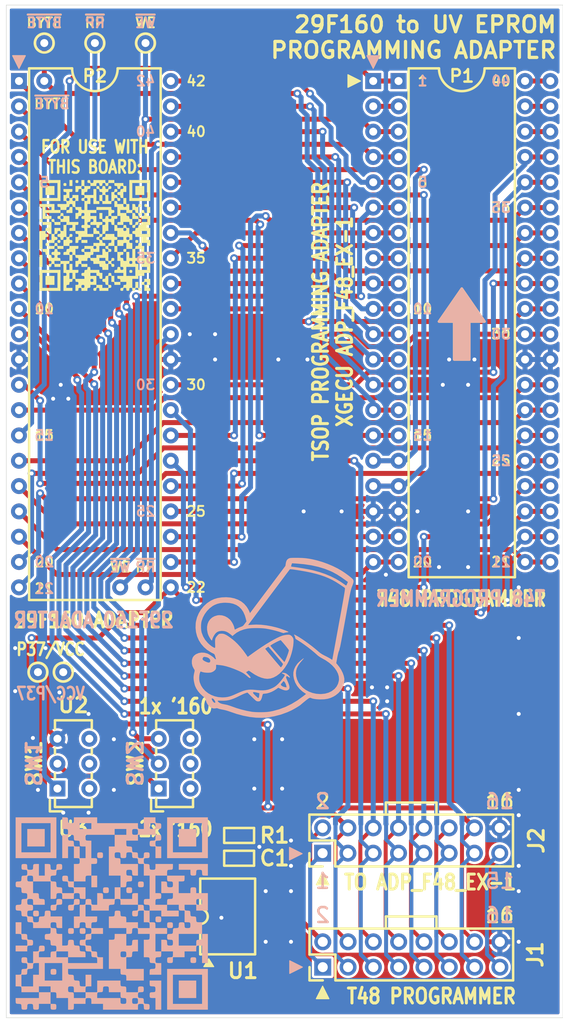
<source format=kicad_pcb>
(kicad_pcb (version 20240108) (generator "pcbnew") (generator_version "8.0")
  (layers (0 "F.Cu" signal) (31 "B.Cu" signal) (34 "B.Paste" user) (35 "F.Paste" user) (36 "B.SilkS" user "B.Silkscreen") (37 "F.SilkS" user "F.Silkscreen") (38 "B.Mask" user) (39 "F.Mask" user) (44 "Edge.Cuts" user))
  (net 0 "")
  (net 1 "/~{CE}")
  (net 2 "+5V")
  (net 3 "/D4")
  (net 4 "GND")
  (net 5 "/D2")
  (net 6 "/A6")
  (net 7 "/A8")
  (net 8 "/A2")
  (net 9 "/D11")
  (net 10 "/A13")
  (net 11 "/D9")
  (net 12 "/D15")
  (net 13 "/A10")
  (net 14 "/A5")
  (net 15 "/D5")
  (net 16 "/A19")
  (net 17 "/A11")
  (net 18 "/A18")
  (net 19 "/D13")
  (net 20 "/D0")
  (net 21 "/A1")
  (net 22 "/D7")
  (net 23 "/D12")
  (net 24 "/A4")
  (net 25 "/A0")
  (net 26 "/D8")
  (net 27 "/A16")
  (net 28 "/A9")
  (net 29 "/A12")
  (net 30 "/~{OE}")
  (net 31 "/D6")
  (net 32 "/D3")
  (net 33 "/D1")
  (net 34 "/A17")
  (net 35 "/D14")
  (net 36 "/D10")
  (net 37 "/A3")
  (net 38 "/A14")
  (net 39 "/A7")
  (net 40 "/A15")
  (net 41 "/NC10")
  (net 42 "/VCC37")
  (net 43 "/NC14")
  (net 44 "/~{RP}")
  (net 45 "/NC13")
  (net 46 "/R{slash}~{B}")
  (net 47 "/~{BYTE}")
  (net 48 "/~{WE}")
  (net 49 "Net-(SW1-B)")
  (net 54 "/PB0")
  (net 55 "/PB1")
  (net 56 "/ISP1")
  (net 57 "/ISP12")
  (net 58 "/ISP15")
  (net 59 "/NC")
  (net 60 "Net-(P2-A20)")
  (footprint "Bucketmouse:R_0603_1608Metric_Boxed" (layer "F.Cu") (at 149.098 126.492)
    (property "Reference" "R1")
    (property "Value" "4.7k")
  )
  (footprint "Bucketmouse:TestPoint_THTPad_D1.5mm_Drill0.7mm" (layer "F.Cu") (at 131.445 110.109)
    (property "Reference" "TP8" (hide yes))
    (property "Value" "TPB1,27")
  )
  (footprint "Bucketmouse:TestPoint_THTPad_D1.5mm_Drill0.7mm" (layer "F.Cu") (at 129.54 46.99 -90)
    (property "Reference" "TP7" (hide yes))
    (property "Value" "TPB1,27")
  )
  (footprint "Bucketmouse:TestPoint_THTPad_D1.5mm_Drill0.7mm" (layer "F.Cu") (at 137.16 101.6 90)
    (property "Reference" "TP1" (hide yes))
    (property "Value" "TPB1,27")
  )
  (footprint "LOGO" (layer "F.Cu") (at 134.874 136.144)
    (property "Reference" "G***" (hide yes))
    (property "Value" "LOGO" (hide yes))
  )
  (footprint "Bucketmouse:TestPoint_THTPad_D1.5mm_Drill0.7mm" (layer "F.Cu") (at 134.62 46.99 -90)
    (property "Reference" "TP6" (hide yes))
    (property "Value" "TPB1,27")
  )
  (footprint "Bucketmouse:TestPoint_THTPad_D1.5mm_Drill0.7mm" (layer "F.Cu") (at 128.905 110.109 -90)
    (property "Reference" "TP4" (hide yes))
    (property "Value" "TPB1,27")
  )
  (footprint "LOGO" (layer "F.Cu") (at 134.62 66.294)
    (property "Reference" "G***" (hide yes))
    (property "Value" "LOGO" (hide yes))
  )
  (footprint "Connector_PinHeader_2.54mm:PinHeader_2x08_P2.54mm_Vertical" (layer "F.Cu") (at 157.495 139.705 90)
    (property "Reference" "J1")
    (property "Value" "T48_ISP")
  )
  (footprint "Connector_PinHeader_2.54mm:PinHeader_2x08_P2.54mm_Vertical" (layer "F.Cu") (at 157.48 128.27 90)
    (property "Reference" "J2")
    (property "Value" "T48_ISP")
  )
  (footprint "Package_DIP:DIP-42_W15.24mm" (layer "F.Cu") (at 127 50.8)
    (property "Reference" "P2" (hide yes))
    (property "Value" "27C322")
  )
  (footprint "Bucketmouse:TestPoint_THTPad_D1.5mm_Drill0.7mm" (layer "F.Cu") (at 139.7 46.99 -90)
    (property "Reference" "TP5" (hide yes))
    (property "Value" "TPB1,27")
  )
  (footprint "Button_Switch_THT:SW_E-Switch_EG1271_SPDT" (layer "F.Cu") (at 130.861 121.7875 90)
    (property "Reference" "SW1")
    (property "Value" "SW_SPDT")
  )
  (footprint "Bucketmouse:TestPoint_THTPad_D1.5mm_Drill0.7mm" (layer "F.Cu") (at 139.7 101.6 90)
    (property "Reference" "TP2" (hide yes))
    (property "Value" "TPB1,27")
  )
  (footprint "Bucketmouse:T48_ZIF" (layer "F.Cu") (at 170.18 74.93)
    (property "Reference" "P1" (hide yes))
    (property "Value" "~")
  )
  (footprint "Bucketmouse:SOIC-8_3.9x4.9mm_P1.27mm" (layer "F.Cu") (at 147.955 134.62 90)
    (property "Reference" "U1")
    (property "Value" "ATtiny25?")
  )
  (footprint "Bucketmouse:T48_ZIF" (layer "F.Cu") (at 172.72 74.93)
    (property "Reference" "P3" (hide yes))
    (property "Value" "~")
  )
  (footprint "Bucketmouse:C_0603_1608Metric_Boxed" (layer "F.Cu") (at 149.098 128.778)
    (property "Reference" "C1")
    (property "Value" "0.1uF")
  )
  (footprint "Bucketmouse:TestPoint_THTPad_D1.5mm_Drill0.7mm" (layer "F.Cu") (at 129.54 50.8 90)
    (property "Reference" "TP3" (hide yes))
    (property "Value" "TPB1,27")
  )
  (footprint "Button_Switch_THT:SW_E-Switch_EG1271_SPDT" (layer "F.Cu") (at 141.021 121.7875 90)
    (property "Reference" "SW2")
    (property "Value" "SW_SPDT")
  )
  (footprint "LOGO" (layer "B.Cu") (at 136.271 134.366 180)
    (property "Reference" "G***" (hide yes))
    (property "Value" "LOGO" (hide yes))
  )
  (footprint "LOGO" (layer "B.Cu") (at 152.4 106.68 180)
    (property "Reference" "G***" (hide yes))
    (property "Value" "LOGO" (hide yes))
  )
  (gr_line (start 170.688 78.74) (end 170.688 74.93) (stroke (width 0.25)) (layer "B.SilkS"))
  (gr_line (start 172.212 78.74) (end 172.212 74.93) (stroke (width 0.25)) (layer "B.SilkS"))
  (gr_poly (pts (xy 155.448 139.7) (xy 154.178 139.065) (xy 154.178 140.335)) (stroke (width 0.1)) (fill solid) (layer "B.SilkS"))
  (gr_poly (pts (xy 162.56 49.53) (xy 163.195 48.26) (xy 161.925 48.26)) (stroke (width 0.1)) (fill solid) (layer "B.SilkS"))
  (gr_line (start 173.736 74.93) (end 171.45 71.628) (stroke (width 0.25)) (layer "B.SilkS"))
  (gr_poly (pts (xy 127 49.53) (xy 127.635 48.26) (xy 126.365 48.26)) (stroke (width 0.1)) (fill solid) (layer "B.SilkS"))
  (gr_line (start 170.688 78.74) (end 172.212 78.74) (stroke (width 0.25)) (layer "B.SilkS"))
  (gr_line (start 172.212 74.93) (end 173.736 74.93) (stroke (width 0.25)) (layer "B.SilkS"))
  (gr_line (start 169.164 74.93) (end 170.688 74.93) (stroke (width 0.25)) (layer "B.SilkS"))
  (gr_poly (pts (xy 169.164 74.93) (xy 171.45 71.628) (xy 173.736 74.93) (xy 172.212 74.93) (xy 172.212 78.74) (xy 170.688 78.74) (xy 170.688 74.93)) (stroke (width 0.1)) (fill solid) (layer "B.SilkS"))
  (gr_poly (pts (xy 155.4226 128.3208) (xy 154.1526 127.6858) (xy 154.1526 128.9558)) (stroke (width 0.1)) (fill solid) (layer "B.SilkS"))
  (gr_line (start 171.45 71.628) (end 169.164 74.93) (stroke (width 0.25)) (layer "B.SilkS"))
  (gr_line (start 141.224 49.53) (end 141.224 102.87) (stroke (width 0.25)) (layer "F.SilkS"))
  (gr_line (start 176.784 49.53) (end 176.784 100.584) (stroke (width 0.25)) (layer "F.SilkS"))
  (gr_line (start 176.784 100.584) (end 166.116 100.584) (stroke (width 0.25)) (layer "F.SilkS"))
  (gr_line (start 163.83 134.62) (end 168.91 134.62) (stroke (width 0.25)) (layer "F.SilkS"))
  (gr_poly (pts (xy 169.164 74.93) (xy 171.45 71.628) (xy 173.736 74.93) (xy 172.212 74.93) (xy 172.212 78.74) (xy 170.688 78.74) (xy 170.688 74.93)) (stroke (width 0.1)) (fill solid) (layer "F.SilkS"))
  (gr_line (start 173.736 74.93) (end 172.212 74.93) (stroke (width 0.25)) (layer "F.SilkS"))
  (gr_line (start 172.212 78.74) (end 172.212 74.93) (stroke (width 0.25)) (layer "F.SilkS"))
  (gr_line (start 170.688 74.93) (end 169.164 74.93) (stroke (width 0.25)) (layer "F.SilkS"))
  (gr_line (start 132.334 49.53) (end 128.016 49.53) (stroke (width 0.25)) (layer "F.SilkS"))
  (gr_poly (pts (xy 161.29 50.8) (xy 160.02 51.435) (xy 160.02 50.165)) (stroke (width 0.1)) (fill solid) (layer "F.SilkS"))
  (gr_line (start 173.736 74.93) (end 172.212 74.93) (stroke (width 0.25)) (layer "F.SilkS"))
  (gr_line (start 141.224 102.87) (end 128.016 102.87) (stroke (width 0.25)) (layer "F.SilkS"))
  (gr_line (start 172.212 78.74) (end 170.688 78.74) (stroke (width 0.25)) (layer "F.SilkS"))
  (gr_poly (pts (xy 127 49.53) (xy 126.365 48.26) (xy 127.635 48.26)) (stroke (width 0.1)) (fill solid) (layer "F.SilkS"))
  (gr_line (start 169.164 74.93) (end 171.45 71.628) (stroke (width 0.25)) (layer "F.SilkS"))
  (gr_arc (start 136.906 49.53) (mid 134.62 51.816) (end 132.334 49.53) (stroke (width 0.25)) (layer "F.SilkS"))
  (gr_line (start 170.688 74.93) (end 169.164 74.93) (stroke (width 0.25)) (layer "F.SilkS"))
  (gr_line (start 168.91 134.62) (end 168.91 135.8265) (stroke (width 0.25)) (layer "F.SilkS"))
  (gr_arc (start 173.736 49.53) (mid 171.45 51.816) (end 169.164 49.53) (stroke (width 0.25)) (layer "F.SilkS"))
  (gr_line (start 176.784 49.53) (end 173.736 49.53) (stroke (width 0.25)) (layer "F.SilkS"))
  (gr_line (start 171.45 71.628) (end 173.736 74.93) (stroke (width 0.25)) (layer "F.SilkS"))
  (gr_line (start 171.45 71.628) (end 173.736 74.93) (stroke (width 0.25)) (layer "F.SilkS"))
  (gr_line (start 168.91 123.19) (end 168.91 124.333) (stroke (width 0.25)) (layer "F.SilkS"))
  (gr_line (start 170.688 78.74) (end 170.688 74.93) (stroke (width 0.25)) (layer "F.SilkS"))
  (gr_line (start 163.83 123.19) (end 168.91 123.19) (stroke (width 0.25)) (layer "F.SilkS"))
  (gr_line (start 166.116 49.53) (end 166.116 100.584) (stroke (width 0.25)) (layer "F.SilkS"))
  (gr_line (start 170.688 78.74) (end 170.688 74.93) (stroke (width 0.25)) (layer "F.SilkS"))
  (gr_poly (pts (xy 157.48 141.605) (xy 158.115 142.875) (xy 156.845 142.875)) (stroke (width 0.1)) (fill solid) (layer "F.SilkS"))
  (gr_line (start 141.224 49.53) (end 136.906 49.53) (stroke (width 0.25)) (layer "F.SilkS"))
  (gr_line (start 172.212 78.74) (end 172.212 74.93) (stroke (width 0.25)) (layer "F.SilkS"))
  (gr_line (start 128.016 49.53) (end 128.016 102.87) (stroke (width 0.25)) (layer "F.SilkS"))
  (gr_line (start 163.83 135.8265) (end 163.83 134.62) (stroke (width 0.25)) (layer "F.SilkS"))
  (gr_line (start 172.212 78.74) (end 170.688 78.74) (stroke (width 0.25)) (layer "F.SilkS"))
  (gr_line (start 169.164 49.53) (end 166.116 49.53) (stroke (width 0.25)) (layer "F.SilkS"))
  (gr_line (start 169.164 74.93) (end 171.45 71.628) (stroke (width 0.25)) (layer "F.SilkS"))
  (gr_line (start 163.83 124.333) (end 163.83 123.19) (stroke (width 0.25)) (layer "F.SilkS"))
  (gr_poly (pts (xy 157.48 130.175) (xy 158.115 131.445) (xy 156.845 131.445)) (stroke (width 0.1)) (fill solid) (layer "F.SilkS"))
  (gr_line (start 125.73 144.78) (end 125.73 43.18) (stroke (width 0.05)) (layer "Edge.Cuts"))
  (gr_line (start 181.61 144.78) (end 125.73 144.78) (stroke (width 0.05)) (layer "Edge.Cuts"))
  (gr_line (start 125.73 43.18) (end 181.61 43.18) (stroke (width 0.05)) (layer "Edge.Cuts"))
  (gr_line (start 181.61 43.18) (end 181.61 144.78) (stroke (width 0.05)) (layer "Edge.Cuts"))
  (gr_text "10" (at 167.513 73.66 -0) (layer "B.SilkS") (effects (font (size 1 1) (thickness 0.2) (bold yes)) (justify mirror)))
  (gr_text "35" (at 139.7 68.58 0) (layer "B.SilkS") (effects (font (size 1 1) (thickness 0.2) (bold yes)) (justify mirror)))
  (gr_text "5" (at 129.54 60.96 0) (layer "B.SilkS") (effects (font (size 1 1) (thickness 0.2) (bold yes)) (justify mirror)))
  (gr_text "1" (at 157.48 131.064 0) (layer "B.SilkS") (effects (font (size 1.5 1.5) (thickness 0.25) (bold yes)) (justify mirror)))
  (gr_text "T48 PROGRAMMER" (at 171.323 102.743 -0) (layer "B.SilkS") (effects (font (size 1.5 1.25) (thickness 0.3) (bold yes)) (justify mirror)))
  (gr_text "16" (at 175.26 134.493 -0) (layer "B.SilkS") (effects (font (size 1.5 1.5) (thickness 0.25) (bold yes)) (justify mirror)))
  (gr_text "~{WE}" (at 137.16 99.568 -0) (layer "B.SilkS") (effects (font (size 1 1) (thickness 0.2) (bold yes)) (justify mirror)))
  (gr_text "VCC/P37" (at 130.175 112.268 -0) (layer "B.SilkS") (effects (font (size 1.25 1) (thickness 0.25) (bold yes)) (justify mirror)))
  (gr_text "30" (at 175.387 76.2 -0) (layer "B.SilkS") (effects (font (size 1 1) (thickness 0.2) (bold yes)) (justify mirror)))
  (gr_text "2" (at 157.48 134.493 -0) (layer "B.SilkS") (effects (font (size 1.5 1.5) (thickness 0.25) (bold yes)) (justify mirror)))
  (gr_text "~{RP}" (at 134.62 44.958 -0) (layer "B.SilkS") (effects (font (size 1 1) (thickness 0.2) (bold yes)) (justify mirror)))
  (gr_text "15" (at 129.54 86.36 0) (layer "B.SilkS") (effects (font (size 1 1) (thickness 0.2) (bold yes)) (justify mirror)))
  (gr_text "SW2" (at 138.557 119.253 -90) (layer "B.SilkS") (effects (font (size 1.5 1.5) (thickness 0.3)) (justify mirror)))
  (gr_text "42" (at 139.7 50.8 -0) (layer "B.SilkS") (effects (font (size 1 1) (thickness 0.2) (bold yes)) (justify mirror)))
  (gr_text "20" (at 167.513 99.06 -0) (layer "B.SilkS") (effects (font (size 1 1) (thickness 0.2) (bold yes)) (justify mirror)))
  (gr_text "21" (at 129.54 101.727 0) (layer "B.SilkS") (effects (font (size 1 1) (thickness 0.2) (bold yes)) (justify mirror)))
  (gr_text "25" (at 175.387 88.9 -0) (layer "B.SilkS") (effects (font (size 1 1) (thickness 0.2) (bold yes)) (justify mirror)))
  (gr_text "15" (at 175.26 131.064 0) (layer "B.SilkS") (effects (font (size 1.5 1.5) (thickness 0.25) (bold yes)) (justify mirror)))
  (gr_text "35" (at 175.387 63.5 -0) (layer "B.SilkS") (effects (font (size 1 1) (thickness 0.2) (bold yes)) (justify mirror)))
  (gr_text "20" (at 129.54 99.06 0) (layer "B.SilkS") (effects (font (size 1 1) (thickness 0.2) (bold yes)) (justify mirror)))
  (gr_text "2" (at 157.48 123.063 -0) (layer "B.SilkS") (effects (font (size 1.5 1.5) (thickness 0.25) (bold yes)) (justify mirror)))
  (gr_text "40" (at 175.387 50.8 -0) (layer "B.SilkS") (effects (font (size 1 1) (thickness 0.2) (bold yes)) (justify mirror)))
  (gr_text "~{RP}" (at 139.7 99.568 -0) (layer "B.SilkS") (effects (font (size 1 1) (thickness 0.2) (bold yes)) (justify mirror)))
  (gr_text "SW1" (at 128.397 119.253 -90) (layer "B.SilkS") (effects (font (size 1.5 1.5) (thickness 0.3)) (justify mirror)))
  (gr_text "1" (at 167.513 50.8 -0) (layer "B.SilkS") (effects (font (size 1 1) (thickness 0.2) (bold yes)) (justify mirror)))
  (gr_text "30" (at 139.7 81.28 0) (layer "B.SilkS") (effects (font (size 1 1) (thickness 0.2) (bold yes)) (justify mirror)))
  (gr_text "16" (at 175.26 123.063 -0) (layer "B.SilkS") (effects (font (size 1.5 1.5) (thickness 0.25) (bold yes)) (justify mirror)))
  (gr_text "29F160 ADAPTER" (at 134.493 104.902 -0) (layer "B.SilkS") (effects (font (size 1.5 1.25) (thickness 0.3) (bold yes)) (justify mirror)))
  (gr_text "5" (at 167.513 60.96 -0) (layer "B.SilkS") (effects (font (size 1 1) (thickness 0.2) (bold yes)) (justify mirror)))
  (gr_text "15" (at 167.513 86.36 -0) (layer "B.SilkS") (effects (font (size 1 1) (thickness 0.2) (bold yes)) (justify mirror)))
  (gr_text "~{WE}" (at 139.7 44.958 -0) (layer "B.SilkS") (effects (font (size 1 1) (thickness 0.2) (bold yes)) (justify mirror)))
  (gr_text "~{BYTE}" (at 130.302 53.086 -0) (layer "B.SilkS") (effects (font (size 1 1) (thickness 0.2) (bold yes)) (justify mirror)))
  (gr_text "40" (at 139.7 55.88 0) (layer "B.SilkS") (effects (font (size 1 1) (thickness 0.2) (bold yes)) (justify mirror)))
  (gr_text "25" (at 139.7 93.98 0) (layer "B.SilkS") (effects (font (size 1 1) (thickness 0.2) (bold yes)) (justify mirror)))
  (gr_text "~{BYTE}" (at 129.54 44.958 -0) (layer "B.SilkS") (effects (font (size 1 1) (thickness 0.2) (bold yes)) (justify mirror)))
  (gr_text "10" (at 129.54 73.66 0) (layer "B.SilkS") (effects (font (size 1 1) (thickness 0.2) (bold yes)) (justify mirror)))
  (gr_text "21" (at 175.387 99.06 -0) (layer "B.SilkS") (effects (font (size 1 1) (thickness 0.2) (bold yes)) (justify mirror)))
  (gr_text "25" (at 175.387 88.9 0) (layer "F.SilkS") (effects (font (size 1 1) (thickness 0.2) (bold yes))))
  (gr_text "15" (at 167.513 86.36 0) (layer "F.SilkS") (effects (font (size 1 1) (thickness 0.2) (bold yes))))
  (gr_text "P2" (at 134.62 50.292 0) (layer "F.SilkS") (effects (font (size 1.25 1.25) (thickness 0.25) (bold yes))))
  (gr_text "42" (at 144.78 50.8 0) (layer "F.SilkS") (effects (font (size 1 1) (thickness 0.2) (bold yes))))
  (gr_text "P37/VCC" (at 130.175 107.823 0) (layer "F.SilkS") (effects (font (size 1.25 1) (thickness 0.25) (bold yes))))
  (gr_text "20" (at 167.513 99.06 0) (layer "F.SilkS") (effects (font (size 1 1) (thickness 0.2) (bold yes))))
  (gr_text "21" (at 175.387 99.06 0) (layer "F.SilkS") (effects (font (size 1 1) (thickness 0.2) (bold yes))))
  (gr_text "~{RP}" (at 139.7 99.568 0) (layer "F.SilkS") (effects (font (size 1 1) (thickness 0.2) (bold yes))))
  (gr_text "40" (at 144.78 55.88 0) (layer "F.SilkS") (effects (font (size 1 1) (thickness 0.2) (bold yes))))
  (gr_text "T48 PROGRAMMER" (at 171.45 102.743 0) (layer "F.SilkS") (effects (font (size 1.5 1.25) (thickness 0.3) (bold yes))))
  (gr_text "~{BYTE}" (at 130.302 53.086 0) (layer "F.SilkS") (effects (font (size 1 1) (thickness 0.2) (bold yes))))
  (gr_text "T48 PROGRAMMER" (at 168.402 142.621 0) (layer "F.SilkS") (effects (font (size 1.5 1.25) (thickness 0.3) (bold yes))))
  (gr_text "30" (at 175.387 76.2 0) (layer "F.SilkS") (effects (font (size 1 1) (thickness 0.2) (bold yes))))
  (gr_text "2" (at 157.48 123.063 0) (layer "F.SilkS") (effects (font (size 1.5 1.5) (thickness 0.25) (bold yes))))
  (gr_text "1" (at 167.513 50.8 0) (layer "F.SilkS") (effects (font (size 1 1) (thickness 0.2) (bold yes))))
  (gr_text "40" (at 175.387 50.8 0) (layer "F.SilkS") (effects (font (size 1 1) (thickness 0.2) (bold yes))))
  (gr_text "U2" (at 132.461 113.411 0) (layer "F.SilkS") (effects (font (size 1.5 1.5) (thickness 0.3) (bold yes))))
  (gr_text "35" (at 175.387 63.5 0) (layer "F.SilkS") (effects (font (size 1 1) (thickness 0.2) (bold yes))))
  (gr_text "~{WE}" (at 137.16 99.568 0) (layer "F.SilkS") (effects (font (size 1 1) (thickness 0.2) (bold yes))))
  (gr_text "21" (at 129.54 101.727 0) (layer "F.SilkS") (effects (font (size 1 1) (thickness 0.2) (bold yes))))
  (gr_text "~{WE}" (at 139.7 44.958 0) (layer "F.SilkS") (effects (font (size 1 1) (thickness 0.2) (bold yes))))
  (gr_text "25" (at 144.78 93.98 0) (layer "F.SilkS") (effects (font (size 1 1) (thickness 0.2) (bold yes))))
  (gr_text "16" (at 175.26 134.493 0) (layer "F.SilkS") (effects (font (size 1.5 1.5) (thickness 0.25) (bold yes))))
  (gr_text "1x '160" (at 142.748 113.538 0) (layer "F.SilkS") (effects (font (size 1.5 1.25) (thickness 0.3) (bold yes))))
  (gr_text "5" (at 167.513 60.96 0) (layer "F.SilkS") (effects (font (size 1 1) (thickness 0.2) (bold yes))))
  (gr_text "30" (at 144.78 81.28 0) (layer "F.SilkS") (effects (font (size 1 1) (thickness 0.2) (bold yes))))
  (gr_text "TO ADP_F48_EX-1" (at 168.275 131.191 0) (layer "F.SilkS") (effects (font (size 1.5 1.25) (thickness 0.3) (bold yes))))
  (gr_text "10" (at 167.513 73.66 0) (layer "F.SilkS") (effects (font (size 1 1) (thickness 0.2) (bold yes))))
  (gr_text "29F160 ADAPTER" (at 134.493 104.902 0) (layer "F.SilkS") (effects (font (size 1.5 1.25) (thickness 0.3) (bold yes))))
  (gr_text "U3" (at 132.461 125.857 0) (layer "F.SilkS") (effects (font (size 1.5 1.5) (thickness 0.3) (bold yes))))
  (gr_text "TSOP PROGRAMMING ADAPTER\nXGECU ADP_F48_EX-1" (at 158.496 74.93 90) (layer "F.SilkS") (effects (font (size 1.5 1.25) (thickness 0.3) (bold yes))))
  (gr_text "22" (at 144.78 101.6 0) (layer "F.SilkS") (effects (font (size 1 1) (thickness 0.2) (bold yes))))
  (gr_text "20" (at 129.54 99.06 0) (layer "F.SilkS") (effects (font (size 1 1) (thickness 0.2) (bold yes))))
  (gr_text "FOR USE WITH\nTHIS BOARD:" (at 134.62 58.42 0) (layer "F.SilkS") (effects (font (size 1.25 1) (thickness 0.25) (bold yes))))
  (gr_text "~{BYTE}" (at 129.54 44.958 0) (layer "F.SilkS") (effects (font (size 1 1) (thickness 0.2) (bold yes))))
  (gr_text "2x '160" (at 142.748 125.857 0) (layer "F.SilkS") (effects (font (size 1.5 1.25) (thickness 0.3) (bold yes))))
  (gr_text "15" (at 129.54 86.36 0) (layer "F.SilkS") (effects (font (size 1 1) (thickness 0.2) (bold yes))))
  (gr_text "29F160 to UV EPROM\nPROGRAMMING ADAPTER" (at 181.102 44.196 0) (layer "F.SilkS") (effects (font (size 1.6 1.6) (thickness 0.325) (bold yes)) (justify right top)))
  (gr_text "P1" (at 171.45 50.292 0) (layer "F.SilkS") (effects (font (size 1.25 1.25) (thickness 0.25) (bold yes))))
  (gr_text "~{RP}" (at 134.62 44.958 0) (layer "F.SilkS") (effects (font (size 1 1) (thickness 0.2) (bold yes))))
  (gr_text "35" (at 144.78 68.58 0) (layer "F.SilkS") (effects (font (size 1 1) (thickness 0.2) (bold yes))))
  (gr_text "10" (at 129.54 73.66 0) (layer "F.SilkS") (effects (font (size 1 1) (thickness 0.2) (bold yes))))
  (gr_text "16" (at 175.26 123.063 0) (layer "F.SilkS") (effects (font (size 1.5 1.5) (thickness 0.25) (bold yes))))
  (segment (start 128.551464 76.2) (end 127 76.2) (width 0.5) (layer "F.Cu") (net 1))
  (segment (start 132.854414 80.50295) (end 128.551464 76.2) (width 0.5) (layer "F.Cu") (net 1))
  (segment (start 132.854414 80.794353) (end 132.854414 80.50295) (width 0.5) (layer "F.Cu") (net 1))
  (segment (start 137.581 114.3) (end 163.83 114.3) (width 0.5) (layer "F.Cu") (net 1))
  (via (at 137.581 114.3) (size 0.8) (drill 0.4) (layers "F.Cu" "B.Cu") (net 1))
  (via (at 163.83 114.3) (size 0.8) (drill 0.4) (layers "F.Cu" "B.Cu") (net 1))
  (via (at 132.854414 80.794353) (size 0.8) (drill 0.4) (layers "F.Cu" "B.Cu") (net 1))
  (segment (start 165.1 128.143) (end 163.851 126.894) (width 0.4) (layer "B.Cu") (net 1))
  (segment (start 130.319 98.754712) (end 130.319 107.038) (width 0.5) (layer "B.Cu") (net 1))
  (segment (start 163.83 114.3) (end 163.83 125.328) (width 0.5) (layer "B.Cu") (net 1))
  (segment (start 163.83 125.328) (end 163.851 125.349) (width 0.5) (layer "B.Cu") (net 1))
  (segment (start 163.851 138.441) (end 165.115 139.705) (width 0.4) (layer "B.Cu") (net 1))
  (segment (start 165.1 128.27) (end 165.1 128.143) (width 0.4) (layer "B.Cu") (net 1))
  (segment (start 130.319 107.038) (end 137.581 114.3) (width 0.5) (layer "B.Cu") (net 1))
  (segment (start 163.851 129.519) (end 163.851 138.441) (width 0.4) (layer "B.Cu") (net 1))
  (segment (start 163.851 126.894) (end 163.851 125.349) (width 0.4) (layer "B.Cu") (net 1))
  (segment (start 132.854414 80.794353) (end 133.002 80.941939) (width 0.5) (layer "B.Cu") (net 1))
  (segment (start 165.1 128.27) (end 163.851 129.519) (width 0.4) (layer "B.Cu") (net 1))
  (segment (start 133.002 81.851203) (end 133.286 82.135203) (width 0.5) (layer "B.Cu") (net 1))
  (segment (start 133.002 80.941939) (end 133.002 81.851203) (width 0.5) (layer "B.Cu") (net 1))
  (segment (start 133.286 82.135203) (end 133.286 95.787712) (width 0.5) (layer "B.Cu") (net 1))
  (segment (start 133.286 95.787712) (end 130.319 98.754712) (width 0.5) (layer "B.Cu") (net 1))
  (segment (start 163.83 114.3) (end 163.851 114.321) (width 0.5) (layer "B.Cu") (net 1))
  (segment (start 170.722 123.732) (end 172.72 125.73) (width 0.5) (layer "F.Cu") (net 2))
  (segment (start 151.999464 123.582) (end 151.849464 123.732) (width 0.5) (layer "F.Cu") (net 2))
  (segment (start 172.72 125.73) (end 171.471 126.979) (width 0.4) (layer "F.Cu") (net 2))
  (segment (start 171.471 126.979) (end 171.471 135.901) (width 0.4) (layer "F.Cu") (net 2))
  (segment (start 151.892 115.316) (end 137.151166 115.316) (width 0.5) (layer "F.Cu") (net 2))
  (segment (start 151.849464 123.732) (end 151.033 123.732) (width 0.5) (layer "F.Cu") (net 2))
  (segment (start 137.151166 115.316) (end 131.944166 110.109) (width 0.5) (layer "F.Cu") (net 2))
  (segment (start 146.05 128.715) (end 146.05 132.145) (width 0.5) (layer "F.Cu") (net 2))
  (segment (start 151.964101 115.388101) (end 151.892 115.316) (width 0.5) (layer "F.Cu") (net 2))
  (segment (start 148.273 126.492) (end 146.05 128.715) (width 0.5) (layer "F.Cu") (net 2))
  (segment (start 151.999464 123.732) (end 170.722 123.732) (width 0.5) (layer "F.Cu") (net 2))
  (segment (start 171.471 135.901) (end 172.735 137.165) (width 0.4) (layer "F.Cu") (net 2))
  (segment (start 151.999464 123.582) (end 151.999464 123.732) (width 0.5) (layer "F.Cu") (net 2))
  (segment (start 151.033 123.732) (end 148.273 126.492) (width 0.5) (layer "F.Cu") (net 2))
  (via (at 151.999464 123.582) (size 0.8) (drill 0.4) (layers "F.Cu" "B.Cu") (net 2))
  (via (at 151.964101 115.388101) (size 0.8) (drill 0.4) (layers "F.Cu" "B.Cu") (net 2))
  (segment (start 151.964101 123.546637) (end 151.999464 123.582) (width 0.5) (layer "B.Cu") (net 2))
  (segment (start 151.964101 115.388101) (end 151.964101 123.546637) (width 0.5) (layer "B.Cu") (net 2))
  (segment (start 177.795 88.9) (end 176.525 90.17) (width 0.5) (layer "F.Cu") (net 3))
  (segment (start 176.525 90.17) (end 148.59 90.17) (width 0.5) (layer "F.Cu") (net 3))
  (segment (start 142.24 99.06) (end 148.59 99.06) (width 0.5) (layer "F.Cu") (net 3))
  (segment (start 177.8 88.9) (end 180.34 88.9) (width 0.5) (layer "F.Cu") (net 3))
  (via (at 148.59 99.06) (size 0.8) (drill 0.4) (layers "F.Cu" "B.Cu") (net 3))
  (via (at 148.59 90.17) (size 0.8) (drill 0.4) (layers "F.Cu" "B.Cu") (net 3))
  (segment (start 148.463 98.933) (end 148.59 99.06) (width 0.5) (layer "B.Cu") (net 3))
  (segment (start 148.463 90.297) (end 148.463 98.933) (width 0.5) (layer "B.Cu") (net 3))
  (segment (start 148.59 90.17) (end 148.463 90.297) (width 0.5) (layer "B.Cu") (net 3))
  (via (at 146.685 78.74) (size 0.8) (drill 0.4) (layers "F.Cu" "B.Cu") (net 4))
  (via (at 131.064 112.141) (size 0.8) (drill 0.4) (layers "F.Cu" "B.Cu") (net 4))
  (via (at 163.83 100.33) (size 0.8) (drill 0.4) (layers "F.Cu" "B.Cu") (net 4))
  (via (at 163.957 113.03) (size 0.8) (drill 0.4) (layers "F.Cu" "B.Cu") (net 4))
  (via (at 128.905 121.92) (size 0.8) (drill 0.4) (layers "F.Cu" "B.Cu") (net 4))
  (via (at 177.165 114.3) (size 0.8) (drill 0.4) (layers "F.Cu" "B.Cu") (net 4))
  (via (at 177.165 101.6) (size 0.8) (drill 0.4) (layers "F.Cu" "B.Cu") (net 4))
  (via (at 133.985 114.3) (size 0.8) (drill 0.4) (layers "F.Cu" "B.Cu") (net 4))
  (via (at 136.525 121.92) (size 0.8) (drill 0.4) (layers "F.Cu" "B.Cu") (net 4))
  (via (at 129.667 107.696) (size 0.8) (drill 0.4) (layers "F.Cu" "B.Cu") (net 4))
  (via (at 153.416 116.84) (size 0.8) (drill 0.4) (layers "F.Cu" "B.Cu") (net 4))
  (via (at 177.165 132.08) (size 0.8) (drill 0.4) (layers "F.Cu" "B.Cu") (net 4))
  (via (at 147.32 134.747) (size 0.8) (drill 0.4) (layers "F.Cu" "B.Cu") (net 4))
  (via (at 136.525 116.84) (size 0.8) (drill 0.4) (layers "F.Cu" "B.Cu") (net 4))
  (via (at 172.085 81.28) (size 0.8) (drill 0.4) (layers "F.Cu" "B.Cu") (net 4))
  (via (at 150.622 121.793) (size 0.8) (drill 0.4) (layers "F.Cu" "B.Cu") (net 4))
  (via (at 126.619 107.696) (size 0.8) (drill 0.4) (layers "F.Cu" "B.Cu") (net 4))
  (via (at 172.085 93.98) (size 0.8) (drill 0.4) (layers "F.Cu" "B.Cu") (net 4))
  (via (at 177.165 129.54) (size 0.8) (drill 0.4) (layers "F.Cu" "B.Cu") (net 4))
  (via (at 153.416 121.793) (size 0.8) (drill 0.4) (layers "F.Cu" "B.Cu") (net 4))
  (via (at 177.165 106.68) (size 0.8) (drill 0.4) (layers "F.Cu" "B.Cu") (net 4))
  (via (at 153.035 78.74) (size 0.8) (drill 0.4) (layers "F.Cu" "B.Cu") (net 4))
  (via (at 177.165 121.92) (size 0.8) (drill 0.4) (layers "F.Cu" "B.Cu") (net 4))
  (via (at 151.765 132.08) (size 0.8) (drill 0.4) (layers "F.Cu" "B.Cu") (net 4))
  (via (at 172.72 78.74) (size 0.8) (drill 0.4) (layers "F.Cu" "B.Cu") (net 4))
  (via (at 155.575 93.98) (size 0.8) (drill 0.4) (layers "F.Cu" "B.Cu") (net 4))
  (via (at 131.191 81.28) (size 0.8) (drill 0.4) (layers "F.Cu" "B.Cu") (net 4))
  (via (at 162.433 111.633) (size 0.8) (drill 0.4) (layers "F.Cu" "B.Cu") (net 4))
  (via (at 131.953 82.677) (size 0.8) (drill 0.4) (layers "F.Cu" "B.Cu") (net 4))
  (via (at 144.145 76.2) (size 0.8) (drill 0.4) (layers "F.Cu" "B.Cu") (net 4))
  (via (at 159.385 93.98) (size 0.8) (drill 0.4) (layers "F.Cu" "B.Cu") (net 4))
  (via (at 172.085 99.568) (size 0.8) (drill 0.4) (layers "F.Cu" "B.Cu") (net 4))
  (via (at 151.765 137.16) (size 0.8) (drill 0.4) (layers "F.Cu" "B.Cu") (net 4))
  (via (at 177.165 124.46) (size 0.8) (drill 0.4) (layers "F.Cu" "B.Cu") (net 4))
  (via (at 133.985 124.206) (size 0.8) (drill 0.4) (layers "F.Cu" "B.Cu") (net 4))
  (via (at 163.957 111.633) (size 0.8) (drill 0.4) (layers "F.Cu" "B.Cu") (net 4))
  (via (at 170.18 78.74) (size 0.8) (drill 0.4) (layers "F.Cu" "B.Cu") (net 4))
  (via (at 167.005 93.98) (size 0.8) (drill 0.4) (layers "F.Cu" "B.Cu") (net 4))
  (via (at 177.165 137.16) (size 0.8) (drill 0.4) (layers "F.Cu" "B.Cu") (net 4))
  (via (at 154.305 129.54) (size 0.8) (drill 0.4) (layers "F.Cu" "B.Cu") (net 4))
  (via (at 146.685 76.2) (size 0.8) (drill 0.4) (layers "F.Cu" "B.Cu") (net 4))
  (via (at 169.164 99.568) (size 0.8) (drill 0.4) (layers "F.Cu" "B.Cu") (net 4))
  (via (at 154.305 127) (size 0.8) (drill 0.4) (layers "F.Cu" "B.Cu") (net 4))
  (via (at 130.429 82.677) (size 0.8) (drill 0.4) (layers "F.Cu" "B.Cu") (net 4))
  (via (at 150.622 116.84) (size 0.8) (drill 0.4) (layers "F.Cu" "B.Cu") (net 4))
  (via (at 151.13 127.635) (size 0.8) (drill 0.4) (layers "F.Cu" "B.Cu") (net 4))
  (via (at 131.445 124.206) (size 0.8) (drill 0.4) (layers "F.Cu" "B.Cu") (net 4))
  (via (at 154.305 137.16) (size 0.8) (drill 0.4) (layers "F.Cu" "B.Cu") (net 4))
  (via (at 126.619 112.014) (size 0.8) (drill 0.4) (layers "F.Cu" "B.Cu") (net 4))
  (via (at 155.956 78.74) (size 0.8) (drill 0.4) (layers "F.Cu" "B.Cu") (net 4))
  (via (at 128.397 116.713) (size 0.8) (drill 0.4) (layers "F.Cu" "B.Cu") (net 4))
  (via (at 154.305 132.08) (size 0.8) (drill 0.4) (layers "F.Cu" "B.Cu") (net 4))
  (via (at 169.545 81.28) (size 0.8) (drill 0.4) (layers "F.Cu" "B.Cu") (net 4))
  (segment (start 130.831 97.811) (end 176.551 97.811) (width 0.5) (layer "F.Cu") (net 5))
  (segment (start 176.551 97.811) (end 177.795 99.055) (width 0.5) (layer "F.Cu") (net 5))
  (segment (start 127 93.98) (end 130.831 97.811) (width 0.5) (layer "F.Cu") (net 5))
  (segment (start 177.795 99.055) (end 177.795 99.06) (width 0.5) (layer "F.Cu") (net 5))
  (segment (start 177.8 99.06) (end 180.34 99.06) (width 0.5) (layer "F.Cu") (net 5))
  (segment (start 137.581 105.41) (end 170.18 105.41) (width 0.5) (layer "F.Cu") (net 6))
  (segment (start 137.795 69.215) (end 127 58.42) (width 0.5) (layer "F.Cu") (net 6))
  (segment (start 137.795 73.458316) (end 137.795 69.215) (width 0.5) (layer "F.Cu") (net 6))
  (via (at 137.795 73.458316) (size 0.8) (drill 0.4) (layers "F.Cu" "B.Cu") (net 6))
  (via (at 137.581 105.41) (size 0.8) (drill 0.4) (layers "F.Cu" "B.Cu") (net 6))
  (via (at 170.18 105.41) (size 0.8) (drill 0.4) (layers "F.Cu" "B.Cu") (net 6))
  (segment (start 170.18 123.19) (end 170.18 105.41) (width 0.5) (layer "B.Cu") (net 6))
  (segment (start 171.444 136.647647) (end 171.444 138.414) (width 0.4) (layer "B.Cu") (net 6))
  (segment (start 137.795 73.458316) (end 138.195 73.858316) (width 0.5) (layer "B.Cu") (net 6))
  (segment (start 138.195 73.858316) (end 138.195 97.798464) (width 0.5) (layer "B.Cu") (net 6))
  (segment (start 171.471 125.349) (end 171.471 127.021) (width 0.4) (layer "B.Cu") (net 6))
  (segment (start 171.471 124.481) (end 171.471 125.349) (width 0.5) (layer "B.Cu") (net 6))
  (segment (start 138.195 97.798464) (end 135.212 100.781464) (width 0.5) (layer "B.Cu") (net 6))
  (segment (start 171.444 138.414) (end 172.735 139.705) (width 0.4) (layer "B.Cu") (net 6))
  (segment (start 171.429 136.632647) (end 171.444 136.647647) (width 0.4) (layer "B.Cu") (net 6))
  (segment (start 135.212 103.041) (end 137.581 105.41) (width 0.5) (layer "B.Cu") (net 6))
  (segment (start 172.72 128.27) (end 171.429 129.561) (width 0.4) (layer "B.Cu") (net 6))
  (segment (start 171.471 127.021) (end 172.72 128.27) (width 0.4) (layer "B.Cu") (net 6))
  (segment (start 171.429 129.561) (end 171.429 136.632647) (width 0.4) (layer "B.Cu") (net 6))
  (segment (start 170.18 123.19) (end 171.471 124.481) (width 0.5) (layer "B.Cu") (net 6))
  (segment (start 135.212 100.781464) (end 135.212 103.041) (width 0.5) (layer "B.Cu") (net 6))
  (segment (start 162.56 83.82) (end 165.1 83.82) (width 0.5) (layer "F.Cu") (net 7))
  (segment (start 142.24 53.34) (end 156.21 53.34) (width 0.5) (layer "F.Cu") (net 7))
  (via (at 156.21 53.34) (size 0.8) (drill 0.4) (layers "F.Cu" "B.Cu") (net 7))
  (segment (start 156.631 53.761) (end 156.631 58.490204) (width 0.5) (layer "B.Cu") (net 7))
  (segment (start 162.555 83.041353) (end 162.555 83.82) (width 0.5) (layer "B.Cu") (net 7))
  (segment (start 157.699332 78.185685) (end 162.555 83.041353) (width 0.5) (layer "B.Cu") (net 7))
  (segment (start 157.699332 59.558536) (end 157.699332 78.185685) (width 0.5) (layer "B.Cu") (net 7))
  (segment (start 156.21 53.34) (end 156.631 53.761) (width 0.5) (layer "B.Cu") (net 7))
  (segment (start 156.631 58.490204) (end 157.699332 59.558536) (width 0.5) (layer "B.Cu") (net 7))
  (segment (start 137.581 110.49) (end 164.465 110.49) (width 0.5) (layer "F.Cu") (net 8))
  (segment (start 127 68.58) (end 135.249 76.829) (width 0.5) (layer "F.Cu") (net 8))
  (segment (start 165.1 125.73) (end 163.809 127.021) (width 0.4) (layer "F.Cu") (net 8))
  (segment (start 164.465 110.49) (end 165.1 110.49) (width 0.5) (layer "F.Cu") (net 8))
  (segment (start 163.809 127.021) (end 163.809 135.859) (width 0.4) (layer "F.Cu") (net 8))
  (segment (start 163.809 135.859) (end 165.115 137.165) (width 0.4) (layer "F.Cu") (net 8))
  (segment (start 135.249 76.829) (end 135.249 76.835) (width 0.5) (layer "F.Cu") (net 8))
  (via (at 135.249 76.835) (size 0.8) (drill 0.4) (layers "F.Cu" "B.Cu") (net 8))
  (via (at 165.1 110.49) (size 0.8) (drill 0.4) (layers "F.Cu" "B.Cu") (net 8))
  (via (at 137.581 110.49) (size 0.8) (drill 0.4) (layers "F.Cu" "B.Cu") (net 8))
  (segment (start 135.399 96.64032) (end 132.416 99.62332) (width 0.5) (layer "B.Cu") (net 8))
  (segment (start 135.249 76.835) (end 135.399 76.985) (width 0.5) (layer "B.Cu") (net 8))
  (segment (start 165.1 110.49) (end 165.1 125.73) (width 0.5) (layer "B.Cu") (net 8))
  (segment (start 135.399 96.52) (end 135.399 96.64032) (width 0.5) (layer "B.Cu") (net 8))
  (segment (start 132.416 99.62332) (end 132.416 105.325) (width 0.5) (layer "B.Cu") (net 8))
  (segment (start 135.399 76.985) (end 135.399 96.52) (width 0.5) (layer "B.Cu") (net 8))
  (segment (start 132.416 105.325) (end 137.581 110.49) (width 0.5) (layer "B.Cu") (net 8))
  (segment (start 129.660997 92.71) (end 174.625 92.71) (width 0.5) (layer "F.Cu") (net 9))
  (segment (start 177.8 60.96) (end 180.34 60.96) (width 0.5) (layer "F.Cu") (net 9))
  (segment (start 129.119 92.168003) (end 129.660997 92.71) (width 0.5) (layer "F.Cu") (net 9))
  (via (at 129.119 92.168003) (size 0.8) (drill 0.4) (layers "F.Cu" "B.Cu") (net 9))
  (via (at 174.625 92.71) (size 0.8) (drill 0.4) (layers "F.Cu" "B.Cu") (net 9))
  (segment (start 175.4886 63.2664) (end 177.795 60.96) (width 0.5) (layer "B.Cu") (net 9))
  (segment (start 174.625 81.407) (end 175.4886 80.5434) (width 0.5) (layer "B.Cu") (net 9))
  (segment (start 175.4886 80.5434) (end 175.4886 63.2664) (width 0.5) (layer "B.Cu") (net 9))
  (segment (start 129.119 92.168003) (end 128.969 92.318003) (width 0.5) (layer "B.Cu") (net 9))
  (segment (start 128.249 100.351) (end 127 101.6) (width 0.5) (layer "B.Cu") (net 9))
  (segment (start 128.969 98.079536) (end 128.249 98.799536) (width 0.5) (layer "B.Cu") (net 9))
  (segment (start 128.249 98.799536) (end 128.249 100.351) (width 0.5) (layer "B.Cu") (net 9))
  (segment (start 128.969 92.318003) (end 128.969 98.079536) (width 0.5) (layer "B.Cu") (net 9))
  (segment (start 174.625 92.71) (end 174.625 81.407) (width 0.5) (layer "B.Cu") (net 9))
  (segment (start 159.385 71.12) (end 162.555 71.12) (width 0.5) (layer "F.Cu") (net 10))
  (segment (start 145.415 67.31) (end 147.976 69.871) (width 0.5) (layer "F.Cu") (net 10))
  (segment (start 148.59 69.871) (end 158.136 69.871) (width 0.5) (layer "F.Cu") (net 10))
  (segment (start 158.136 69.871) (end 159.385 71.12) (width 0.5) (layer "F.Cu") (net 10))
  (segment (start 147.976 69.871) (end 148.59 69.871) (width 0.5) (layer "F.Cu") (net 10))
  (segment (start 162.56 71.12) (end 165.1 71.12) (width 0.5) (layer "F.Cu") (net 10))
  (via (at 145.415 67.31) (size 0.8) (drill 0.4) (layers "F.Cu" "B.Cu") (net 10))
  (segment (start 144.145 66.04) (end 145.415 67.31) (width 0.5) (layer "B.Cu") (net 10))
  (segment (start 142.24 66.04) (end 144.145 66.04) (width 0.5) (layer "B.Cu") (net 10))
  (segment (start 130.789 95.229) (end 127 91.44) (width 0.5) (layer "F.Cu") (net 11))
  (segment (start 152.379 95.229) (end 130.789 95.229) (width 0.5) (layer "F.Cu") (net 11))
  (segment (start 162.555 96.52) (end 153.67 96.52) (width 0.5) (layer "F.Cu") (net 11))
  (segment (start 162.56 96.52) (end 165.1 96.52) (width 0.5) (layer "F.Cu") (net 11))
  (segment (start 153.67 96.52) (end 152.379 95.229) (width 0.5) (layer "F.Cu") (net 11))
  (segment (start 160.782 81.28) (end 162.052 80.01) (width 0.5) (layer "F.Cu") (net 12))
  (segment (start 142.24 81.28) (end 160.782 81.28) (width 0.5) (layer "F.Cu") (net 12))
  (segment (start 177.795 71.12) (end 174.625 71.12) (width 0.5) (layer "F.Cu") (net 12))
  (segment (start 177.8 71.12) (end 180.34 71.12) (width 0.5) (layer "F.Cu") (net 12))
  (segment (start 162.052 80.01) (end 174.625 80.01) (width 0.5) (layer "F.Cu") (net 12))
  (via (at 174.625 80.01) (size 0.8) (drill 0.4) (layers "F.Cu" "B.Cu") (net 12))
  (via (at 174.625 71.12) (size 0.8) (drill 0.4) (layers "F.Cu" "B.Cu") (net 12))
  (segment (start 174.625 80.01) (end 174.625 71.12) (width 0.5) (layer "B.Cu") (net 12))
  (segment (start 142.24 58.42) (end 158.75 58.42) (width 0.5) (layer "F.Cu") (net 13))
  (segment (start 162.56 78.74) (end 165.1 78.74) (width 0.5) (layer "F.Cu") (net 13))
  (via (at 158.75 58.42) (size 0.8) (drill 0.4) (layers "F.Cu" "B.Cu") (net 13))
  (segment (start 159.097332 58.767332) (end 159.097332 75.282332) (width 0.5) (layer "B.Cu") (net 13))
  (segment (start 159.097332 75.282332) (end 162.555 78.74) (width 0.5) (layer "B.Cu") (net 13))
  (segment (start 158.75 58.42) (end 159.097332 58.767332) (width 0.5) (layer "B.Cu") (net 13))
  (segment (start 168.91 106.68) (end 137.581 106.68) (width 0.5) (layer "F.Cu") (net 14))
  (segment (start 136.946 70.906) (end 127 60.96) (width 0.5) (layer "F.Cu") (net 14))
  (segment (start 137.053 74.136849) (end 136.946 74.029849) (width 0.5) (layer "F.Cu") (net 14))
  (segment (start 136.946 74.029849) (end 136.946 70.906) (width 0.5) (layer "F.Cu") (net 14))
  (via (at 137.581 106.68) (size 0.8) (drill 0.4) (layers "F.Cu" "B.Cu") (net 14))
  (via (at 168.91 106.68) (size 0.8) (drill 0.4) (layers "F.Cu" "B.Cu") (net 14))
  (via (at 137.053 74.136849) (size 0.8) (drill 0.4) (layers "F.Cu" "B.Cu") (net 14))
  (segment (start 137.496 97.508928) (end 134.513 100.491928) (width 0.5) (layer "B.Cu") (net 14))
  (segment (start 137.496 74.579849) (end 137.496 97.508928) (width 0.5) (layer "B.Cu") (net 14))
  (segment (start 168.931 106.701) (end 168.931 125.349) (width 0.5) (layer "B.Cu") (net 14))
  (segment (start 168.904 138.414) (end 170.195 139.705) (width 0.4) (layer "B.Cu") (net 14))
  (segment (start 168.904 136.647647) (end 168.904 138.414) (width 0.4) (layer "B.Cu") (net 14))
  (segment (start 170.18 128.27) (end 168.889 129.561) (width 0.4) (layer "B.Cu") (net 14))
  (segment (start 168.889 129.561) (end 168.889 136.632647) (width 0.4) (layer "B.Cu") (net 14))
  (segment (start 168.91 106.68) (end 168.931 106.701) (width 0.5) (layer "B.Cu") (net 14))
  (segment (start 134.513 100.491928) (end 134.513 103.612) (width 0.5) (layer "B.Cu") (net 14))
  (segment (start 170.18 128.27) (end 168.931 127.021) (width 0.4) (layer "B.Cu") (net 14))
  (segment (start 137.053 74.136849) (end 137.496 74.579849) (width 0.5) (layer "B.Cu") (net 14))
  (segment (start 168.931 127.021) (end 168.931 125.349) (width 0.4) (layer "B.Cu") (net 14))
  (segment (start 134.513 103.612) (end 137.581 106.68) (width 0.5) (layer "B.Cu") (net 14))
  (segment (start 168.889 136.632647) (end 168.904 136.647647) (width 0.4) (layer "B.Cu") (net 14))
  (segment (start 177.795 91.44) (end 173.985 95.25) (width 0.5) (layer "F.Cu") (net 15))
  (segment (start 173.985 95.25) (end 154.94 95.25) (width 0.5) (layer "F.Cu") (net 15))
  (segment (start 154.94 95.25) (end 153.67 93.98) (width 0.5) (layer "F.Cu") (net 15))
  (segment (start 177.8 91.44) (end 180.34 91.44) (width 0.5) (layer "F.Cu") (net 15))
  (segment (start 153.67 93.98) (end 142.24 93.98) (width 0.5) (layer "F.Cu") (net 15))
  (segment (start 162.56 60.96) (end 165.1 60.96) (width 0.5) (layer "F.Cu") (net 16))
  (segment (start 154.94 50.8) (end 142.24 50.8) (width 0.5) (layer "F.Cu") (net 16))
  (segment (start 156.21 52.07) (end 154.94 50.8) (width 0.5) (layer "F.Cu") (net 16))
  (via (at 156.21 52.07) (size 0.8) (drill 0.4) (layers "F.Cu" "B.Cu") (net 16))
  (segment (start 157.33 54.529332) (end 158.329 55.528332) (width 0.5) (layer "B.Cu") (net 16))
  (segment (start 156.21 52.139332) (end 157.33 53.259332) (width 0.5) (layer "B.Cu") (net 16))
  (segment (start 156.21 52.07) (end 156.21 52.139332) (width 0.5) (layer "B.Cu") (net 16))
  (segment (start 158.329 55.528332) (end 158.329 56.798332) (width 0.5) (layer "B.Cu") (net 16))
  (segment (start 159.83 59.436) (end 161.354 60.96) (width 0.5) (layer "B.Cu") (net 16))
  (segment (start 158.329 56.798332) (end 159.83 58.299332) (width 0.5) (layer "B.Cu") (net 16))
  (segment (start 159.83 58.299332) (end 159.83 59.436) (width 0.5) (layer "B.Cu") (net 16))
  (segment (start 161.354 60.96) (end 162.56 60.96) (width 0.5) (layer "B.Cu") (net 16))
  (segment (start 157.33 53.259332) (end 157.33 54.529332) (width 0.5) (layer "B.Cu") (net 16))
  (segment (start 162.56 76.2) (end 165.1 76.2) (width 0.5) (layer "F.Cu") (net 17))
  (segment (start 142.24 60.96) (end 159.946332 60.96) (width 0.5) (layer "F.Cu") (net 17))
  (via (at 159.946332 60.96) (size 0.8) (drill 0.4) (layers "F.Cu" "B.Cu") (net 17))
  (segment (start 159.796332 61.11) (end 159.796332 73.441332) (width 0.5) (layer "B.Cu") (net 17))
  (segment (start 159.946332 60.96) (end 159.796332 61.11) (width 0.5) (layer "B.Cu") (net 17))
  (segment (start 159.796332 73.441332) (end 162.555 76.2) (width 0.5) (layer "B.Cu") (net 17))
  (segment (start 135.89 59.69) (end 127 50.8) (width 0.5) (layer "F.Cu") (net 18))
  (segment (start 162.56 88.9) (end 165.1 88.9) (width 0.5) (layer "F.Cu") (net 18))
  (segment (start 167.64 59.69) (end 135.89 59.69) (width 0.5) (layer "F.Cu") (net 18))
  (via (at 167.64 59.69) (size 0.8) (drill 0.4) (layers "F.Cu" "B.Cu") (net 18))
  (segment (start 165.735 88.9) (end 162.555 88.9) (width 0.5) (layer "B.Cu") (net 18))
  (segment (start 166.791 87.844) (end 165.735 88.9) (width 0.5) (layer "B.Cu") (net 18))
  (segment (start 166.791 60.539) (end 166.791 87.844) (width 0.5) (layer "B.Cu") (net 18))
  (segment (start 167.64 59.69) (end 166.791 60.539) (width 0.5) (layer "B.Cu") (net 18))
  (segment (start 176.525 67.31) (end 177.795 66.04) (width 0.5) (layer "F.Cu") (net 19))
  (segment (start 142.24 91.44) (end 149.138 91.44) (width 0.5) (layer "F.Cu") (net 19))
  (segment (start 149.138 91.44) (end 149.392 91.186) (width 0.5) (layer "F.Cu") (net 19))
  (segment (start 177.8 66.04) (end 180.34 66.04) (width 0.5) (layer "F.Cu") (net 19))
  (segment (start 149.098 67.31) (end 176.525 67.31) (width 0.5) (layer "F.Cu") (net 19))
  (via (at 149.392 91.186) (size 0.8) (drill 0.4) (layers "F.Cu" "B.Cu") (net 19))
  (via (at 149.098 67.31) (size 0.8) (drill 0.4) (layers "F.Cu" "B.Cu") (net 19))
  (segment (start 149.392 91.186) (end 149.479 91.099) (width 0.5) (layer "B.Cu") (net 19))
  (segment (start 149.479 91.099) (end 149.479 67.691) (width 0.5) (layer "B.Cu") (net 19))
  (segment (start 149.479 67.691) (end 149.098 67.31) (width 0.5) (layer "B.Cu") (net 19))
  (segment (start 140.335 83.82) (end 127 83.82) (width 0.5) (layer "F.Cu") (net 20))
  (segment (start 176.504 82.571) (end 141.584 82.571) (width 0.5) (layer "F.Cu") (net 20))
  (segment (start 141.584 82.571) (end 140.335 83.82) (width 0.5) (layer "F.Cu") (net 20))
  (segment (start 177.795 81.28) (end 176.504 82.571) (width 0.5) (layer "F.Cu") (net 20))
  (segment (start 177.8 81.28) (end 180.34 81.28) (width 0.5) (layer "F.Cu") (net 20))
  (segment (start 161.269 135.859) (end 162.575 137.165) (width 0.4) (layer "F.Cu") (net 21))
  (segment (start 134.55 78.67) (end 127 71.12) (width 0.5) (layer "F.Cu") (net 21))
  (segment (start 161.269 127.021) (end 161.269 135.859) (width 0.4) (layer "F.Cu") (net 21))
  (segment (start 137.581 113.03) (end 162.56 113.03) (width 0.5) (layer "F.Cu") (net 21))
  (segment (start 162.56 125.73) (end 161.269 127.021) (width 0.4) (layer "F.Cu") (net 21))
  (segment (start 134.55 80.009334) (end 134.55 78.67) (width 0.5) (layer "F.Cu") (net 21))
  (via (at 137.581 113.03) (size 0.8) (drill 0.4) (layers "F.Cu" "B.Cu") (net 21))
  (via (at 134.55 80.009334) (size 0.8) (drill 0.4) (layers "F.Cu" "B.Cu") (net 21))
  (via (at 162.56 113.03) (size 0.8) (drill 0.4) (layers "F.Cu" "B.Cu") (net 21))
  (segment (start 162.56 113.03) (end 162.56 125.73) (width 0.5) (layer "B.Cu") (net 21))
  (segment (start 133.985 81.845668) (end 133.985 96.077248) (width 0.5) (layer "B.Cu") (net 21))
  (segment (start 133.701 80.858334) (end 133.701 81.561668) (width 0.5) (layer "B.Cu") (net 21))
  (segment (start 131.018 99.044248) (end 131.018 106.467) (width 0.5) (layer "B.Cu") (net 21))
  (segment (start 131.018 106.467) (end 137.581 113.03) (width 0.5) (layer "B.Cu") (net 21))
  (segment (start 133.701 81.561668) (end 133.985 81.845668) (width 0.5) (layer "B.Cu") (net 21))
  (segment (start 134.55 80.009334) (end 133.701 80.858334) (width 0.5) (layer "B.Cu") (net 21))
  (segment (start 133.985 96.077248) (end 131.018 99.044248) (width 0.5) (layer "B.Cu") (net 21))
  (segment (start 177.8 96.52) (end 180.34 96.52) (width 0.5) (layer "F.Cu") (net 22))
  (segment (start 176.022 102.87) (end 144.78 102.87) (width 0.5) (layer "F.Cu") (net 22))
  (via (at 176.022 102.87) (size 0.8) (drill 0.4) (layers "F.Cu" "B.Cu") (net 22))
  (via (at 144.78 102.87) (size 0.8) (drill 0.4) (layers "F.Cu" "B.Cu") (net 22))
  (segment (start 144.209 85.789) (end 142.24 83.82) (width 0.5) (layer "B.Cu") (net 22))
  (segment (start 144.209 100.844332) (end 144.209 85.789) (width 0.5) (layer "B.Cu") (net 22))
  (segment (start 177.795 96.52) (end 176.022 98.293) (width 0.5) (layer "B.Cu") (net 22))
  (segment (start 144.78 102.87) (end 144.78 101.415332) (width 0.5) (layer "B.Cu") (net 22))
  (segment (start 176.022 98.293) (end 176.022 102.87) (width 0.5) (layer "B.Cu") (net 22))
  (segment (start 144.78 101.415332) (end 144.209 100.844332) (width 0.5) (layer "B.Cu") (net 22))
  (segment (start 177.8 63.5) (end 180.34 63.5) (width 0.5) (layer "F.Cu") (net 23))
  (segment (start 152.186 64.77) (end 176.525 64.77) (width 0.5) (layer "F.Cu") (net 23))
  (segment (start 151.765 64.349) (end 152.186 64.77) (width 0.5) (layer "F.Cu") (net 23))
  (segment (start 176.525 64.77) (end 177.795 63.5) (width 0.5) (layer "F.Cu") (net 23))
  (segment (start 149.352 96.52) (end 142.24 96.52) (width 0.5) (layer "F.Cu") (net 23))
  (via (at 149.352 96.52) (size 0.8) (drill 0.4) (layers "F.Cu" "B.Cu") (net 23))
  (via (at 151.765 64.349) (size 0.8) (drill 0.4) (layers "F.Cu" "B.Cu") (net 23))
  (segment (start 150.241 91.567) (end 150.241 64.966332) (width 0.5) (layer "B.Cu") (net 23))
  (segment (start 150.865332 64.342) (end 151.758 64.342) (width 0.5) (layer "B.Cu") (net 23))
  (segment (start 149.352 92.456) (end 150.241 91.567) (width 0.5) (layer "B.Cu") (net 23))
  (segment (start 150.241 64.966332) (end 150.865332 64.342) (width 0.5) (layer "B.Cu") (net 23))
  (segment (start 149.352 96.52) (end 149.352 92.456) (width 0.5) (layer "B.Cu") (net 23))
  (segment (start 151.758 64.342) (end 151.765 64.349) (width 0.5) (layer "B.Cu") (net 23))
  (segment (start 137.581 107.95) (end 167.64 107.95) (width 0.5) (layer "F.Cu") (net 24))
  (segment (start 136.347 75.057) (end 136.204 74.914) (width 0.5) (layer "F.Cu") (net 24))
  (segment (start 166.349 127.021) (end 166.349 135.859) (width 0.4) (layer "F.Cu") (net 24))
  (segment (start 167.64 125.73) (end 166.349 127.021) (width 0.4) (layer "F.Cu") (net 24))
  (segment (start 166.349 135.859) (end 167.655 137.165) (width 0.4) (layer "F.Cu") (net 24))
  (segment (start 136.204 72.704) (end 127 63.5) (width 0.5) (layer "F.Cu") (net 24))
  (segment (start 136.204 74.914) (end 136.204 72.704) (width 0.5) (layer "F.Cu") (net 24))
  (via (at 137.581 107.95) (size 0.8) (drill 0.4) (layers "F.Cu" "B.Cu") (net 24))
  (via (at 167.64 107.95) (size 0.8) (drill 0.4) (layers "F.Cu" "B.Cu") (net 24))
  (via (at 136.347 75.057) (size 0.8) (drill 0.4) (layers "F.Cu" "B.Cu") (net 24))
  (segment (start 133.814 104.183) (end 137.581 107.95) (width 0.5) (layer "B.Cu") (net 24))
  (segment (start 136.347 75.057) (end 136.797 75.507) (width 0.5) (layer "B.Cu") (net 24))
  (segment (start 136.797 75.507) (end 136.797 97.219392) (width 0.5) (layer "B.Cu") (net 24))
  (segment (start 133.814 100.202392) (end 133.814 104.183) (width 0.5) (layer "B.Cu") (net 24))
  (segment (start 167.64 107.95) (end 167.64 125.73) (width 0.5) (layer "B.Cu") (net 24))
  (segment (start 136.797 97.219392) (end 133.814 100.202392) (width 0.5) (layer "B.Cu") (net 24))
  (segment (start 160.02 111.76) (end 137.581 111.76) (width 0.5) (layer "F.Cu") (net 25))
  (segment (start 134.55 81.21) (end 127 73.66) (width 0.5) (layer "F.Cu") (net 25))
  (via (at 134.55 81.21) (size 0.8) (drill 0.4) (layers "F.Cu" "B.Cu") (net 25))
  (via (at 137.581 111.76) (size 0.8) (drill 0.4) (layers "F.Cu" "B.Cu") (net 25))
  (via (at 160.02 111.76) (size 0.8) (drill 0.4) (layers "F.Cu" "B.Cu") (net 25))
  (segment (start 134.7 81.36) (end 134.7 91.44) (width 0.5) (layer "B.Cu") (net 25))
  (segment (start 131.717 105.614536) (end 131.717 105.826668) (width 0.5) (layer "B.Cu") (net 25))
  (segment (start 137.581 111.690668) (end 137.581 111.76) (width 0.5) (layer "B.Cu") (net 25))
  (segment (start 131.717 105.826668) (end 137.581 111.690668) (width 0.5) (layer "B.Cu") (net 25))
  (segment (start 131.717 99.333784) (end 131.717 105.614536) (width 0.5) (layer "B.Cu") (net 25))
  (segment (start 134.55 81.21) (end 134.7 81.36) (width 0.5) (layer "B.Cu") (net 25))
  (segment (start 158.771 127.021) (end 158.771 125.349) (width 0.4) (layer "B.Cu") (net 25))
  (segment (start 134.7 96.350784) (end 131.717 99.333784) (width 0.5) (layer "B.Cu") (net 25))
  (segment (start 158.771 124.82) (end 158.771 125.349) (width 0.5) (layer "B.Cu") (net 25))
  (segment (start 134.7 91.44) (end 134.7 96.350784) (width 0.5) (layer "B.Cu") (net 25))
  (segment (start 160.02 128.27) (end 158.771 127.021) (width 0.4) (layer "B.Cu") (net 25))
  (segment (start 158.771 129.519) (end 158.771 138.441) (width 0.4) (layer "B.Cu") (net 25))
  (segment (start 160.02 123.571) (end 158.771 124.82) (width 0.5) (layer "B.Cu") (net 25))
  (segment (start 160.02 111.76) (end 160.02 123.571) (width 0.5) (layer "B.Cu") (net 25))
  (segment (start 158.771 138.441) (end 160.035 139.705) (width 0.4) (layer "B.Cu") (net 25))
  (segment (start 160.02 128.27) (end 158.771 129.519) (width 0.4) (layer "B.Cu") (net 25))
  (segment (start 161.285 49.53) (end 162.555 50.8) (width 0.5) (layer "F.Cu") (net 26))
  (segment (start 162.56 50.8) (end 165.1 50.8) (width 0.5) (layer "F.Cu") (net 26))
  (segment (start 133.35 49.53) (end 161.285 49.53) (width 0.5) (layer "F.Cu") (net 26))
  (segment (start 132.08 50.8) (end 133.35 49.53) (width 0.5) (layer "F.Cu") (net 26))
  (via (at 132.08 50.8) (size 0.8) (drill 0.4) (layers "F.Cu" "B.Cu") (net 26))
  (segment (start 132.08 50.8) (end 132.08 55.88) (width 0.5) (layer "B.Cu") (net 26))
  (segment (start 129.54 81.245832) (end 128.27 82.515832) (width 0.5) (layer "B.Cu") (net 26))
  (segment (start 132.08 55.88) (end 129.54 58.42) (width 0.5) (layer "B.Cu") (net 26))
  (segment (start 129.54 58.42) (end 129.54 81.245832) (width 0.5) (layer "B.Cu") (net 26))
  (segment (start 128.27 85.09) (end 127 86.36) (width 0.5) (layer "B.Cu") (net 26))
  (segment (start 128.27 82.515832) (end 128.27 85.09) (width 0.5) (layer "B.Cu") (net 26))
  (segment (start 154.432 76.2) (end 160.793647 76.2) (width 0.5) (layer "F.Cu") (net 27))
  (segment (start 151.892 73.66) (end 154.432 76.2) (width 0.5) (layer "F.Cu") (net 27))
  (segment (start 177.8 76.2) (end 180.34 76.2) (width 0.5) (layer "F.Cu") (net 27))
  (segment (start 142.24 73.66) (end 151.892 73.66) (width 0.5) (layer "F.Cu") (net 27))
  (segment (start 162.042647 77.449) (end 165.617353 77.449) (width 0.5) (layer "F.Cu") (net 27))
  (segment (start 166.866353 76.2) (end 177.795 76.2) (width 0.5) (layer "F.Cu") (net 27))
  (segment (start 160.793647 76.2) (end 162.042647 77.449) (width 0.5) (layer "F.Cu") (net 27))
  (segment (start 165.617353 77.449) (end 166.866353 76.2) (width 0.5) (layer "F.Cu") (net 27))
  (segment (start 162.56 81.28) (end 165.1 81.28) (width 0.5) (layer "F.Cu") (net 28))
  (segment (start 142.24 55.88) (end 157.48 55.88) (width 0.5) (layer "F.Cu") (net 28))
  (via (at 157.48 55.88) (size 0.8) (drill 0.4) (layers "F.Cu" "B.Cu") (net 28))
  (segment (start 158.398332 77.123332) (end 162.555 81.28) (width 0.5) (layer "B.Cu") (net 28))
  (segment (start 157.48 55.88) (end 157.48 58.350668) (width 0.5) (layer "B.Cu") (net 28))
  (segment (start 158.398332 59.269) (end 158.398332 77.123332) (width 0.5) (layer "B.Cu") (net 28))
  (segment (start 157.48 58.350668) (end 158.398332 59.269) (width 0.5) (layer "B.Cu") (net 28))
  (segment (start 160.645332 63.5) (end 142.24 63.5) (width 0.5) (layer "F.Cu") (net 29))
  (segment (start 162.56 73.66) (end 165.1 73.66) (width 0.5) (layer "F.Cu") (net 29))
  (via (at 160.645332 63.5) (size 0.8) (drill 0.4) (layers "F.Cu" "B.Cu") (net 29))
  (segment (start 160.992664 73.239) (end 160.996 73.239) (width 0.5) (layer "B.Cu") (net 29))
  (segment (start 160.495332 72.741668) (end 160.992664 73.239) (width 0.5) (layer "B.Cu") (net 29))
  (segment (start 160.645332 63.5) (end 160.495332 63.65) (width 0.5) (layer "B.Cu") (net 29))
  (segment (start 160.495332 63.65) (end 160.495332 72.741668) (width 0.5) (layer "B.Cu") (net 29))
  (segment (start 161.417 73.66) (end 162.555 73.66) (width 0.5) (layer "B.Cu") (net 29))
  (segment (start 160.996 73.239) (end 161.417 73.66) (width 0.5) (layer "B.Cu") (net 29))
  (segment (start 129.119 82.8675) (end 127.5315 81.28) (width 0.5) (layer "F.Cu") (net 30))
  (segment (start 148.659332 88.9) (end 147.389332 90.17) (width 0.5) (layer "F.Cu") (net 30))
  (segment (start 141.743647 90.17) (end 140.744647 91.169) (width 0.5) (layer "F.Cu") (net 30))
  (segment (start 140.744647 91.169) (end 129.119 91.169) (width 0.5) (layer "F.Cu") (net 30))
  (segment (start 127.5315 81.28) (end 127 81.28) (width 0.5) (layer "F.Cu") (net 30))
  (segment (start 160.655 88.9) (end 148.659332 88.9) (width 0.5) (layer "F.Cu") (net 30))
  (segment (start 147.389332 90.17) (end 141.743647 90.17) (width 0.5) (layer "F.Cu") (net 30))
  (via (at 129.119 91.169) (size 0.8) (drill 0.4) (layers "F.Cu" "B.Cu") (net 30))
  (via (at 129.119 82.8675) (size 0.8) (drill 0.4) (layers "F.Cu" "B.Cu") (net 30))
  (via (at 160.655 88.9) (size 0.8) (drill 0.4) (layers "F.Cu" "B.Cu") (net 30))
  (segment (start 162.56 128.27) (end 161.311 127.021) (width 0.4) (layer "B.Cu") (net 30))
  (segment (start 129.119 82.8675) (end 129.119 91.169) (width 0.5) (layer "B.Cu") (net 30))
  (segment (start 160.655 88.9) (end 161.311 89.556) (width 0.5) (layer "B.Cu") (net 30))
  (segment (start 161.311 129.519) (end 161.311 138.441) (width 0.4) (layer "B.Cu") (net 30))
  (segment (start 162.56 128.27) (end 161.311 129.519) (width 0.4) (layer "B.Cu") (net 30))
  (segment (start 161.311 89.556) (end 161.311 125.349) (width 0.5) (layer "B.Cu") (net 30))
  (segment (start 161.311 138.441) (end 162.575 139.705) (width 0.4) (layer "B.Cu") (net 30))
  (segment (start 161.311 127.021) (end 161.311 125.349) (width 0.4) (layer "B.Cu") (net 30))
  (segment (start 167.64 101.6) (end 143.764 101.6) (width 0.5) (layer "F.Cu") (net 31))
  (segment (start 167.64 96.52) (end 175.255 96.52) (width 0.5) (layer "F.Cu") (net 31))
  (segment (start 177.8 93.98) (end 180.34 93.98) (width 0.5) (layer "F.Cu") (net 31))
  (segment (start 175.255 96.52) (end 177.795 93.98) (width 0.5) (layer "F.Cu") (net 31))
  (via (at 143.764 101.6) (size 0.8) (drill 0.4) (layers "F.Cu" "B.Cu") (net 31))
  (via (at 167.64 101.6) (size 0.8) (drill 0.4) (layers "F.Cu" "B.Cu") (net 31))
  (via (at 167.64 96.52) (size 0.8) (drill 0.4) (layers "F.Cu" "B.Cu") (net 31))
  (segment (start 143.764 101.6) (end 143.51 101.346) (width 0.5) (layer "B.Cu") (net 31))
  (segment (start 143.51 90.17) (end 142.24 88.9) (width 0.5) (layer "B.Cu") (net 31))
  (segment (start 167.64 101.6) (end 167.64 96.52) (width 0.5) (layer "B.Cu") (net 31))
  (segment (start 143.51 101.346) (end 143.51 90.17) (width 0.5) (layer "B.Cu") (net 31))
  (segment (start 128.27 90.17) (end 138.938 90.17) (width 0.5) (layer "F.Cu") (net 32))
  (segment (start 141.499 87.609) (end 176.546 87.609) (width 0.5) (layer "F.Cu") (net 32))
  (segment (start 176.546 87.609) (end 177.795 86.36) (width 0.5) (layer "F.Cu") (net 32))
  (segment (start 138.938 90.17) (end 141.499 87.609) (width 0.5) (layer "F.Cu") (net 32))
  (segment (start 177.8 86.36) (end 180.34 86.36) (width 0.5) (layer "F.Cu") (net 32))
  (via (at 128.27 90.17) (size 0.8) (drill 0.4) (layers "F.Cu" "B.Cu") (net 32))
  (segment (start 128.27 90.17) (end 128.27 97.79) (width 0.5) (layer "B.Cu") (net 32))
  (segment (start 128.27 97.79) (end 127 99.06) (width 0.5) (layer "B.Cu") (net 32))
  (segment (start 141.499 85.069) (end 137.668 88.9) (width 0.5) (layer "F.Cu") (net 33))
  (segment (start 137.668 88.9) (end 127 88.9) (width 0.5) (layer "F.Cu") (net 33))
  (segment (start 177.795 83.82) (end 176.546 85.069) (width 0.5) (layer "F.Cu") (net 33))
  (segment (start 176.546 85.069) (end 141.499 85.069) (width 0.5) (layer "F.Cu") (net 33))
  (segment (start 177.8 83.82) (end 180.34 83.82) (width 0.5) (layer "F.Cu") (net 33))
  (segment (start 162.56 91.44) (end 165.1 91.44) (width 0.5) (layer "F.Cu") (net 34))
  (segment (start 135.89 62.23) (end 127 53.34) (width 0.5) (layer "F.Cu") (net 34))
  (segment (start 167.64 62.23) (end 135.89 62.23) (width 0.5) (layer "F.Cu") (net 34))
  (via (at 167.64 62.23) (size 0.8) (drill 0.4) (layers "F.Cu" "B.Cu") (net 34))
  (segment (start 162.56 91.44) (end 162.555 91.44) (width 0.5) (layer "B.Cu") (net 34))
  (segment (start 167.64 89.408) (end 165.608 91.44) (width 0.5) (layer "B.Cu") (net 34))
  (segment (start 167.64 62.23) (end 167.64 89.408) (width 0.5) (layer "B.Cu") (net 34))
  (segment (start 165.608 91.44) (end 162.56 91.44) (width 0.5) (layer "B.Cu") (net 34))
  (segment (start 158.75 68.58) (end 148.59 68.58) (width 0.5) (layer "F.Cu") (net 35))
  (segment (start 142.24 86.36) (end 148.59 86.36) (width 0.5) (layer "F.Cu") (net 35))
  (segment (start 176.525 69.85) (end 160.02 69.85) (width 0.5) (layer "F.Cu") (net 35))
  (segment (start 177.795 68.58) (end 176.525 69.85) (width 0.5) (layer "F.Cu") (net 35))
  (segment (start 177.8 68.58) (end 180.34 68.58) (width 0.5) (layer "F.Cu") (net 35))
  (segment (start 160.02 69.85) (end 158.75 68.58) (width 0.5) (layer "F.Cu") (net 35))
  (via (at 148.59 68.58) (size 0.8) (drill 0.4) (layers "F.Cu" "B.Cu") (net 35))
  (via (at 148.59 86.36) (size 0.8) (drill 0.4) (layers "F.Cu" "B.Cu") (net 35))
  (segment (start 148.717 68.707) (end 148.717 86.233) (width 0.5) (layer "B.Cu") (net 35))
  (segment (start 148.717 86.233) (end 148.59 86.36) (width 0.5) (layer "B.Cu") (net 35))
  (segment (start 148.59 68.58) (end 148.717 68.707) (width 0.5) (layer "B.Cu") (net 35))
  (segment (start 162.56 99.06) (end 165.1 99.06) (width 0.5) (layer "F.Cu") (net 36))
  (segment (start 127 96.52) (end 130.789 100.309) (width 0.5) (layer "F.Cu") (net 36))
  (segment (start 161.306 100.309) (end 162.555 99.06) (width 0.5) (layer "F.Cu") (net 36))
  (segment (start 130.789 100.309) (end 161.306 100.309) (width 0.5) (layer "F.Cu") (net 36))
  (segment (start 135.948 76.121277) (end 135.498 75.671277) (width 0.5) (layer "F.Cu") (net 37))
  (segment (start 137.581 109.22) (end 166.37 109.22) (width 0.5) (layer "F.Cu") (net 37))
  (segment (start 135.498 74.538) (end 127 66.04) (width 0.5) (layer "F.Cu") (net 37))
  (segment (start 135.498 75.671277) (end 135.498 74.538) (width 0.5) (layer "F.Cu") (net 37))
  (via (at 135.948 76.121277) (size 0.8) (drill 0.4) (layers "F.Cu" "B.Cu") (net 37))
  (via (at 166.37 109.22) (size 0.8) (drill 0.4) (layers "F.Cu" "B.Cu") (net 37))
  (via (at 137.581 109.22) (size 0.8) (drill 0.4) (layers "F.Cu" "B.Cu") (net 37))
  (segment (start 135.948 76.121277) (end 136.098 76.271277) (width 0.5) (layer "B.Cu") (net 37))
  (segment (start 136.098 76.271277) (end 136.098 96.929856) (width 0.5) (layer "B.Cu") (net 37))
  (segment (start 133.115 99.912856) (end 133.115 104.754) (width 0.5) (layer "B.Cu") (net 37))
  (segment (start 166.391 138.441) (end 167.655 139.705) (width 0.4) (layer "B.Cu") (net 37))
  (segment (start 166.37 109.22) (end 166.37 125.328) (width 0.5) (layer "B.Cu") (net 37))
  (segment (start 136.098 96.929856) (end 133.115 99.912856) (width 0.5) (layer "B.Cu") (net 37))
  (segment (start 167.64 128.27) (end 166.391 129.519) (width 0.4) (layer "B.Cu") (net 37))
  (segment (start 166.37 125.328) (end 166.391 125.349) (width 0.5) (layer "B.Cu") (net 37))
  (segment (start 133.115 104.754) (end 137.581 109.22) (width 0.5) (layer "B.Cu") (net 37))
  (segment (start 166.391 127.021) (end 166.391 125.349) (width 0.4) (layer "B.Cu") (net 37))
  (segment (start 166.391 109.241) (end 166.37 109.22) (width 0.5) (layer "B.Cu") (net 37))
  (segment (start 167.64 128.27) (end 166.391 127.021) (width 0.4) (layer "B.Cu") (net 37))
  (segment (start 166.391 129.519) (end 166.391 138.441) (width 0.4) (layer "B.Cu") (net 37))
  (segment (start 162.56 66.04) (end 165.1 66.04) (width 0.5) (layer "F.Cu") (net 38))
  (segment (start 144.78 66.04) (end 142.24 68.58) (width 0.5) (layer "F.Cu") (net 38))
  (segment (start 162.555 66.04) (end 144.78 66.04) (width 0.5) (layer "F.Cu") (net 38))
  (segment (start 135.89 64.77) (end 127 55.88) (width 0.5) (layer "F.Cu") (net 39))
  (segment (start 162.56 86.36) (end 151.13 86.36) (width 0.5) (layer "F.Cu") (net 39))
  (segment (start 162.56 86.36) (end 165.1 86.36) (width 0.5) (layer "F.Cu") (net 39))
  (segment (start 150.796 64.77) (end 135.89 64.77) (width 0.5) (layer "F.Cu") (net 39))
  (segment (start 151.217 65.191) (end 150.796 64.77) (width 0.5) (layer "F.Cu") (net 39))
  (via (at 151.13 86.36) (size 0.8) (drill 0.4) (layers "F.Cu" "B.Cu") (net 39))
  (via (at 151.217 65.191) (size 0.8) (drill 0.4) (layers "F.Cu" "B.Cu") (net 39))
  (segment (start 151.13 86.36) (end 151.003 86.233) (width 0.5) (layer "B.Cu") (net 39))
  (segment (start 151.003 86.233) (end 151.003 65.405) (width 0.5) (layer "B.Cu") (net 39))
  (segment (start 151.003 65.405) (end 151.217 65.191) (width 0.5) (layer "B.Cu") (net 39))
  (segment (start 157.48 71.12) (end 142.24 71.12) (width 0.5) (layer "F.Cu") (net 40))
  (segment (start 162.56 63.5) (end 165.1 63.5) (width 0.5) (layer "F.Cu") (net 40))
  (segment (start 158.75 72.39) (end 157.48 71.12) (width 0.5) (layer "F.Cu") (net 40))
  (segment (start 161.344332 72.39) (end 158.75 72.39) (width 0.5) (layer "F.Cu") (net 40))
  (via (at 161.344332 72.39) (size 0.8) (drill 0.4) (layers "F.Cu" "B.Cu") (net 40))
  (segment (start 161.194332 72.24) (end 161.194332 64.860668) (width 0.5) (layer "B.Cu") (net 40))
  (segment (start 161.194332 64.860668) (end 162.555 63.5) (width 0.5) (layer "B.Cu") (net 40))
  (segment (start 161.344332 72.39) (end 161.194332 72.24) (width 0.5) (layer "B.Cu") (net 40))
  (segment (start 162.56 53.34) (end 165.1 53.34) (width 0.5) (layer "F.Cu") (net 41))
  (segment (start 137.541 104.14) (end 139.7 104.14) (width 0.5) (layer "F.Cu") (net 42))
  (segment (start 135.001 106.68) (end 137.541 104.14) (width 0.5) (layer "F.Cu") (net 42))
  (segment (start 128.27 106.68) (end 135.001 106.68) (width 0.5) (layer "F.Cu") (net 42))
  (segment (start 139.7 104.14) (end 142.24 101.6) (width 0.5) (layer "F.Cu") (net 42))
  (segment (start 177.8 58.42) (end 180.34 58.42) (width 0.5) (layer "F.Cu") (net 42))
  (segment (start 144.78 104.14) (end 142.24 101.6) (width 0.5) (layer "F.Cu") (net 42))
  (segment (start 173.355 104.14) (end 144.78 104.14) (width 0.5) (layer "F.Cu") (net 42))
  (via (at 128.27 106.68) (size 0.8) (drill 0.4) (layers "F.Cu" "B.Cu") (net 42))
  (via (at 173.355 104.14) (size 0.8) (drill 0.4) (layers "F.Cu" "B.Cu") (net 42))
  (segment (start 173.776 70.768332) (end 173.776 103.719) (width 0.5) (layer "B.Cu") (net 42))
  (segment (start 174.7896 62.1924) (end 174.7896 69.754732) (width 0.5) (layer "B.Cu") (net 42))
  (segment (start 173.776 103.719) (end 173.355 104.14) (width 0.5) (layer "B.Cu") (net 42))
  (segment (start 128.27 109.474) (end 128.905 110.109) (width 0.5) (layer "B.Cu") (net 42))
  (segment (start 129.54 110.744) (end 129.54 120.4665) (width 0.5) (layer "B.Cu") (net 42))
  (segment (start 128.905 110.109) (end 129.54 110.744) (width 0.5) (layer "B.Cu") (net 42))
  (segment (start 129.54 120.4665) (end 130.861 121.7875) (width 0.5) (layer "B.Cu") (net 42))
  (segment (start 174.7896 69.754732) (end 173.776 70.768332) (width 0.5) (layer "B.Cu") (net 42))
  (segment (start 177.795 59.187) (end 174.7896 62.1924) (width 0.5) (layer "B.Cu") (net 42))
  (segment (start 128.27 106.68) (end 128.27 109.474) (width 0.5) (layer "B.Cu") (net 42))
  (segment (start 177.795 58.42) (end 177.795 59.187) (width 0.5) (layer "B.Cu") (net 42))
  (segment (start 177.8 53.34) (end 180.34 53.34) (width 0.5) (layer "F.Cu") (net 43))
  (segment (start 134.62 57.15) (end 140.97 57.15) (width 0.5) (layer "F.Cu") (net 44))
  (segment (start 161.285 57.15) (end 162.555 58.42) (width 0.5) (layer "F.Cu") (net 44))
  (segment (start 140.97 57.15) (end 161.285 57.15) (width 0.5) (layer "F.Cu") (net 44))
  (segment (start 162.56 58.42) (end 165.1 58.42) (width 0.5) (layer "F.Cu") (net 44))
  (via (at 134.62 57.15) (size 0.8) (drill 0.4) (layers "F.Cu" "B.Cu") (net 44))
  (via (at 140.97 57.15) (size 0.8) (drill 0.4) (layers "F.Cu" "B.Cu") (net 44))
  (segment (start 140.292 57.828) (end 140.292 101.008) (width 0.5) (layer "B.Cu") (net 44))
  (segment (start 140.292 101.008) (end 139.7 101.6) (width 0.5) (layer "B.Cu") (net 44))
  (segment (start 134.62 46.99) (end 134.62 57.15) (width 0.5) (layer "B.Cu") (net 44))
  (segment (start 140.97 57.15) (end 140.292 57.828) (width 0.5) (layer "B.Cu") (net 44))
  (segment (start 177.8 50.8) (end 180.34 50.8) (width 0.5) (layer "F.Cu") (net 45))
  (segment (start 177.8 55.88) (end 180.34 55.88) (width 0.5) (layer "F.Cu") (net 46))
  (segment (start 156.083 74.93) (end 154.94 74.93) (width 0.5) (layer "F.Cu") (net 47))
  (segment (start 129.54 50.8) (end 129.54 46.99) (width 0.5) (layer "F.Cu") (net 47))
  (segment (start 139.0525 116.7875) (end 141.021 116.7875) (width 0.5) (layer "F.Cu") (net 47))
  (segment (start 138.43 116.165) (end 139.0525 116.7875) (width 0.5) (layer "F.Cu") (net 47))
  (segment (start 154.94 74.93) (end 152.379 72.369) (width 0.5) (layer "F.Cu") (net 47))
  (segment (start 176.525 74.93) (end 177.795 73.66) (width 0.5) (layer "F.Cu") (net 47))
  (segment (start 130.789 52.049) (end 129.54 50.8) (width 0.5) (layer "F.Cu") (net 47))
  (segment (start 154.94 52.049) (end 130.789 52.049) (width 0.5) (layer "F.Cu") (net 47))
  (segment (start 177.8 73.66) (end 180.34 73.66) (width 0.5) (layer "F.Cu") (net 47))
  (segment (start 156.083 74.93) (end 176.525 74.93) (width 0.5) (layer "F.Cu") (net 47))
  (segment (start 152.379 72.369) (end 152.358 72.39) (width 0.5) (layer "F.Cu") (net 47))
  (segment (start 152.358 72.39) (end 138.744 72.39) (width 0.5) (layer "F.Cu") (net 47))
  (via (at 154.94 52.049) (size 0.8) (drill 0.4) (layers "F.Cu" "B.Cu") (net 47))
  (via (at 138.744 72.39) (size 0.8) (drill 0.4) (layers "F.Cu" "B.Cu") (net 47))
  (via (at 156.083 74.93) (size 0.8) (drill 0.4) (layers "F.Cu" "B.Cu") (net 47))
  (via (at 138.43 116.165) (size 0.8) (drill 0.4) (layers "F.Cu" "B.Cu") (net 47))
  (segment (start 155.932 58.77974) (end 155.932 54.262668) (width 0.5) (layer "B.Cu") (net 47))
  (segment (start 157.000332 59.848072) (end 155.932 58.77974) (width 0.5) (layer "B.Cu") (net 47))
  (segment (start 135.911 101.071) (end 138.894 98.088) (width 0.5) (layer "B.Cu") (net 47))
  (segment (start 156.083 74.93) (end 157.000332 74.012668) (width 0.5) (layer "B.Cu") (net 47))
  (segment (start 138.894 98.088) (end 138.894 72.54) (width 0.5) (layer "B.Cu") (net 47))
  (segment (start 157.000332 74.012668) (end 157.000332 59.848072) (width 0.5) (layer "B.Cu") (net 47))
  (segment (start 155.932 54.262668) (end 155.321 53.651668) (width 0.5) (layer "B.Cu") (net 47))
  (segment (start 138.43 116.165) (end 138.43 105.058332) (width 0.5) (layer "B.Cu") (net 47))
  (segment (start 135.911 102.539332) (end 135.911 101.071) (width 0.5) (layer "B.Cu") (net 47))
  (segment (start 155.321 53.651668) (end 155.321 52.43) (width 0.5) (layer "B.Cu") (net 47))
  (segment (start 138.43 105.058332) (end 135.911 102.539332) (width 0.5) (layer "B.Cu") (net 47))
  (segment (start 155.321 52.43) (end 154.94 52.049) (width 0.5) (layer "B.Cu") (net 47))
  (segment (start 138.894 72.54) (end 138.744 72.39) (width 0.5) (layer "B.Cu") (net 47))
  (segment (start 139.7 54.631) (end 161.306 54.631) (width 0.5) (layer "F.Cu") (net 48))
  (segment (start 161.306 54.631) (end 162.555 55.88) (width 0.5) (layer "F.Cu") (net 48))
  (segment (start 162.56 55.88) (end 165.1 55.88) (width 0.5) (layer "F.Cu") (net 48))
  (via (at 139.7 54.631) (size 0.8) (drill 0.4) (layers "F.Cu" "B.Cu") (net 48))
  (segment (start 139.7 54.631) (end 139.7 46.99) (width 0.5) (layer "B.Cu") (net 48))
  (segment (start 139.593 55.118) (end 139.593 99.167) (width 0.5) (layer "B.Cu") (net 48))
  (segment (start 139.593 54.738) (end 139.7 54.631) (width 0.5) (layer "B.Cu") (net 48))
  (segment (start 139.593 99.167) (end 137.16 101.6) (width 0.5) (layer "B.Cu") (net 48))
  (segment (start 139.593 55.118) (end 139.593 54.738) (width 0.5) (layer "B.Cu") (net 48))
  (segment (start 132.11 120.5365) (end 139.77 120.5365) (width 0.5) (layer "F.Cu") (net 49))
  (segment (start 130.861 119.2875) (end 132.11 120.5365) (width 0.5) (layer "F.Cu") (net 49))
  (segment (start 139.77 120.5365) (end 141.021 121.7875) (width 0.5) (layer "F.Cu") (net 49))
  (segment (start 151.984 124.431) (end 148.323 128.092) (width 0.5) (layer "F.Cu") (net 54))
  (segment (start 160.02 125.73) (end 158.771 126.979) (width 0.4) (layer "F.Cu") (net 54))
  (segment (start 148.323 128.092) (end 148.323 128.778) (width 0.5) (layer "F.Cu") (net 54))
  (segment (start 148.323 128.778) (end 148.323 129.4635) (width 0.5) (layer "F.Cu") (net 54))
  (segment (start 149.86 131.0005) (end 149.86 132.145) (width 0.5) (layer "F.Cu") (net 54))
  (segment (start 158.771 126.979) (end 158.771 135.901) (width 0.4) (layer "F.Cu") (net 54))
  (segment (start 158.721 124.431) (end 151.984 124.431) (width 0.5) (layer "F.Cu") (net 54))
  (segment (start 160.02 125.73) (end 158.721 124.431) (width 0.5) (layer "F.Cu") (net 54))
  (segment (start 158.771 135.901) (end 160.035 137.165) (width 0.4) (layer "F.Cu") (net 54))
  (segment (start 148.323 129.4635) (end 149.86 131.0005) (width 0.5) (layer "F.Cu") (net 54))
  (segment (start 157.495 137.165) (end 154.955 134.625) (width 0.5) (layer "F.Cu") (net 55))
  (segment (start 156.231 126.979) (end 157.48 125.73) (width 0.4) (layer "F.Cu") (net 55))
  (segment (start 157.495 137.165) (end 156.231 135.901) (width 0.4) (layer "F.Cu") (net 55))
  (segment (start 154.955 134.625) (end 149.611 134.625) (width 0.5) (layer "F.Cu") (net 55))
  (segment (start 156.231 135.901) (end 156.231 126.979) (width 0.4) (layer "F.Cu") (net 55))
  (segment (start 149.611 134.625) (end 148.59 133.604) (width 0.5) (layer "F.Cu") (net 55))
  (segment (start 148.59 133.604) (end 148.59 132.145) (width 0.5) (layer "F.Cu") (net 55))
  (segment (start 156.231 129.519) (end 156.231 138.441) (width 0.4) (layer "B.Cu") (net 56))
  (segment (start 156.231 138.441) (end 157.495 139.705) (width 0.4) (layer "B.Cu") (net 56))
  (segment (start 157.48 128.27) (end 156.231 129.519) (width 0.4) (layer "B.Cu") (net 56))
  (segment (start 168.889 135.859) (end 170.195 137.165) (width 0.4) (layer "F.Cu") (net 57))
  (segment (start 168.889 127.021) (end 168.889 135.859) (width 0.4) (layer "F.Cu") (net 57))
  (segment (start 170.18 125.73) (end 168.889 127.021) (width 0.4) (layer "F.Cu") (net 57))
  (segment (start 173.969 129.561) (end 173.969 136.632647) (width 0.4) (layer "B.Cu") (net 58))
  (segment (start 173.984 138.414) (end 175.275 139.705) (width 0.4) (layer "B.Cu") (net 58))
  (segment (start 175.26 128.27) (end 173.969 129.561) (width 0.4) (layer "B.Cu") (net 58))
  (segment (start 173.969 136.632647) (end 173.984 136.647647) (width 0.4) (layer "B.Cu") (net 58))
  (segment (start 173.984 136.647647) (end 173.984 138.414) (width 0.4) (layer "B.Cu") (net 58))
  (segment (start 162.56 68.58) (end 165.1 68.58) (width 0.5) (layer "F.Cu") (net 59))
  (segment (start 140.991 103.357) (end 140.991 77.449) (width 0.5) (layer "B.Cu") (net 60))
  (segment (start 141.021 119.2875) (end 139.319 117.5855) (width 0.5) (layer "B.Cu") (net 60))
  (segment (start 139.319 117.5855) (end 139.319 105.029) (width 0.5) (layer "B.Cu") (net 60))
  (segment (start 139.319 105.029) (end 140.991 103.357) (width 0.5) (layer "B.Cu") (net 60))
  (segment (start 140.991 77.449) (end 142.24 76.2) (width 0.5) (layer "B.Cu") (net 60))
  (zone (net 0) (net_name "") (layer "F.Cu") (connect_pads (clearance 0)) (min_thickness 0.25)
    (keepout (tracks allowed) (vias allowed) (pads allowed) (copperpour not_allowed) (footprints allowed))
    (fill (thermal_gap 0.5) (thermal_bridge_width 0.5))
    (polygon (pts (xy 135.636 77.343) (xy 134.747 78.232) (xy 134.366 77.851) (xy 135.255 76.962)))
  )
  (zone (net 0) (net_name "") (layer "F.Cu") (connect_pads (clearance 0)) (min_thickness 0.25)
    (keepout (tracks allowed) (vias allowed) (pads allowed) (copperpour not_allowed) (footprints allowed))
    (fill (thermal_gap 0.5) (thermal_bridge_width 0.5))
    (polygon (pts (xy 161.544 100.33) (xy 161.544 101.346) (xy 161.036 101.346) (xy 161.036 100.33)))
  )
  (zone (net 0) (net_name "") (layer "F.Cu") (connect_pads (clearance 0)) (min_thickness 0.25)
    (keepout (tracks allowed) (vias allowed) (pads allowed) (copperpour not_allowed) (footprints allowed))
    (fill (thermal_gap 0.25) (thermal_bridge_width 0.5))
    (polygon (pts (xy 130.429 107.188) (xy 130.81 107.188) (xy 130.81 109.982) (xy 130.429 109.982)))
  )
  (zone (net 0) (net_name "") (layer "F.Cu") (connect_pads (clearance 0)) (min_thickness 0.25)
    (keepout (tracks allowed) (vias allowed) (pads allowed) (copperpour not_allowed) (footprints allowed))
    (fill (thermal_gap 0.5) (thermal_bridge_width 0.5))
    (polygon (pts (xy 128.524 107.188) (xy 125.73 107.188) (xy 125.73 106.299) (xy 128.524 106.299)))
  )
  (zone (net 0) (net_name "") (layer "F.Cu") (connect_pads (clearance 0)) (min_thickness 0.25)
    (keepout (tracks allowed) (vias allowed) (pads allowed) (copperpour not_allowed) (footprints allowed))
    (fill (thermal_gap 0.5) (thermal_bridge_width 0.5))
    (polygon (pts (xy 157.4546 138.2522) (xy 172.7454 138.2522) (xy 172.7454 138.0236) (xy 157.4546 138.0236)))
  )
  (zone (net 0) (net_name "") (layer "F.Cu") (connect_pads (clearance 0)) (min_thickness 0.25)
    (keepout (tracks allowed) (vias allowed) (pads allowed) (copperpour not_allowed) (footprints allowed))
    (fill (thermal_gap 0.5) (thermal_bridge_width 0.5))
    (polygon (pts (xy 153.797 93.726) (xy 153.797 92.964) (xy 153.416 92.964) (xy 153.416 93.726)))
  )
  (zone (net 4) (net_name "GND") (layers "F&B.Cu") (connect_pads (clearance 0.25)) (min_thickness 0.25) (fill yes (thermal_gap 0.25) (thermal_bridge_width 0.5))
    (polygon (pts (xy 125.095 42.672) (xy 181.61 42.672) (xy 181.61 145.415) (xy 125.095 145.415)))
  )
  (zone (net 0) (net_name "") (layers "F&B.Cu") (connect_pads (clearance 0)) (min_thickness 0.25)
    (keepout (tracks allowed) (vias allowed) (pads allowed) (copperpour not_allowed) (footprints allowed))
    (fill (thermal_gap 0.5) (thermal_bridge_width 0.5))
    (polygon (pts (xy 173.8122 128.27) (xy 173.8122 125.7046) (xy 173.5836 125.7046) (xy 173.5836 128.27)))
  )
  (zone (net 0) (net_name "") (layer "B.Cu") (connect_pads (clearance 0)) (min_thickness 0.25)
    (keepout (tracks allowed) (vias allowed) (pads allowed) (copperpour not_allowed) (footprints allowed))
    (fill (thermal_gap 0.5) (thermal_bridge_width 0.5))
    (polygon (pts (xy 157.5054 140.7922) (xy 175.3108 140.7922) (xy 175.3108 140.5636) (xy 157.5054 140.5636)))
  )
  (zone (net 0) (net_name "") (layer "B.Cu") (connect_pads (clearance 0)) (min_thickness 0.25)
    (keepout (tracks allowed) (vias allowed) (pads allowed) (copperpour not_allowed) (footprints allowed))
    (fill (thermal_gap 0.5) (thermal_bridge_width 0.5))
    (polygon (pts (xy 171.9326 127.4064) (xy 175.3108 127.4064) (xy 175.3108 127.1778) (xy 171.9326 127.1778)))
  )
)
</source>
